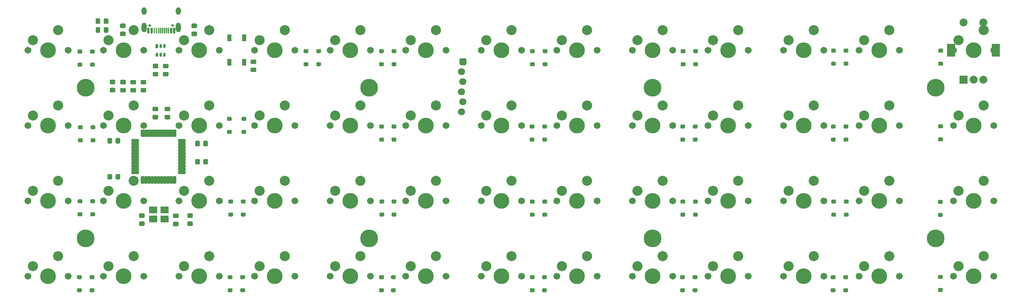
<source format=gbs>
G04 #@! TF.GenerationSoftware,KiCad,Pcbnew,(5.1.10-1-10_14)*
G04 #@! TF.CreationDate,2021-09-09T13:04:37-05:00*
G04 #@! TF.ProjectId,ori,6f72692e-6b69-4636-9164-5f7063625858,rev?*
G04 #@! TF.SameCoordinates,Original*
G04 #@! TF.FileFunction,Soldermask,Bot*
G04 #@! TF.FilePolarity,Negative*
%FSLAX46Y46*%
G04 Gerber Fmt 4.6, Leading zero omitted, Abs format (unit mm)*
G04 Created by KiCad (PCBNEW (5.1.10-1-10_14)) date 2021-09-09 13:04:37*
%MOMM*%
%LPD*%
G01*
G04 APERTURE LIST*
%ADD10C,4.500000*%
%ADD11C,2.540000*%
%ADD12C,1.701800*%
%ADD13C,3.987800*%
%ADD14R,2.000000X2.000000*%
%ADD15C,2.000000*%
%ADD16R,2.000000X3.200000*%
%ADD17R,2.100000X1.800000*%
%ADD18C,1.803400*%
%ADD19O,1.300000X2.400000*%
%ADD20O,1.300000X1.900000*%
%ADD21C,0.650000*%
%ADD22R,0.650000X1.060000*%
%ADD23R,1.100000X1.800000*%
G04 APERTURE END LIST*
D10*
X96440641Y-62706266D03*
X167878049Y-100806202D03*
X239315489Y-62706234D03*
X167878049Y-62706266D03*
X239315489Y-100806298D03*
X96440641Y-100806298D03*
X310753321Y-100806298D03*
X310753321Y-62706266D03*
G36*
G01*
X312340625Y-53806250D02*
X311640625Y-53806250D01*
G75*
G02*
X311390625Y-53556250I0J250000D01*
G01*
X311390625Y-53056250D01*
G75*
G02*
X311640625Y-52806250I250000J0D01*
G01*
X312340625Y-52806250D01*
G75*
G02*
X312590625Y-53056250I0J-250000D01*
G01*
X312590625Y-53556250D01*
G75*
G02*
X312340625Y-53806250I-250000J0D01*
G01*
G37*
G36*
G01*
X312340625Y-57106250D02*
X311640625Y-57106250D01*
G75*
G02*
X311390625Y-56856250I0J250000D01*
G01*
X311390625Y-56356250D01*
G75*
G02*
X311640625Y-56106250I250000J0D01*
G01*
X312340625Y-56106250D01*
G75*
G02*
X312590625Y-56356250I0J-250000D01*
G01*
X312590625Y-56856250D01*
G75*
G02*
X312340625Y-57106250I-250000J0D01*
G01*
G37*
G36*
G01*
X312240625Y-92056250D02*
X311540625Y-92056250D01*
G75*
G02*
X311290625Y-91806250I0J250000D01*
G01*
X311290625Y-91306250D01*
G75*
G02*
X311540625Y-91056250I250000J0D01*
G01*
X312240625Y-91056250D01*
G75*
G02*
X312490625Y-91306250I0J-250000D01*
G01*
X312490625Y-91806250D01*
G75*
G02*
X312240625Y-92056250I-250000J0D01*
G01*
G37*
G36*
G01*
X312240625Y-95356250D02*
X311540625Y-95356250D01*
G75*
G02*
X311290625Y-95106250I0J250000D01*
G01*
X311290625Y-94606250D01*
G75*
G02*
X311540625Y-94356250I250000J0D01*
G01*
X312240625Y-94356250D01*
G75*
G02*
X312490625Y-94606250I0J-250000D01*
G01*
X312490625Y-95106250D01*
G75*
G02*
X312240625Y-95356250I-250000J0D01*
G01*
G37*
D11*
X316468185Y-69691370D03*
X322818185Y-67151370D03*
D12*
X325358185Y-72231370D03*
X315198185Y-72231370D03*
D13*
X320278185Y-72231370D03*
D11*
X121205625Y-50641250D03*
X127555625Y-48101250D03*
D12*
X130095625Y-53181250D03*
X119935625Y-53181250D03*
D13*
X125015625Y-53181250D03*
D11*
X316468185Y-107791530D03*
X322818185Y-105251530D03*
D12*
X325358185Y-110331530D03*
X315198185Y-110331530D03*
D13*
X320278185Y-110331530D03*
G36*
G01*
X98537999Y-91899377D02*
X97837999Y-91899377D01*
G75*
G02*
X97587999Y-91649377I0J250000D01*
G01*
X97587999Y-91149377D01*
G75*
G02*
X97837999Y-90899377I250000J0D01*
G01*
X98537999Y-90899377D01*
G75*
G02*
X98787999Y-91149377I0J-250000D01*
G01*
X98787999Y-91649377D01*
G75*
G02*
X98537999Y-91899377I-250000J0D01*
G01*
G37*
G36*
G01*
X98537999Y-95199377D02*
X97837999Y-95199377D01*
G75*
G02*
X97587999Y-94949377I0J250000D01*
G01*
X97587999Y-94449377D01*
G75*
G02*
X97837999Y-94199377I250000J0D01*
G01*
X98537999Y-94199377D01*
G75*
G02*
X98787999Y-94449377I0J-250000D01*
G01*
X98787999Y-94949377D01*
G75*
G02*
X98537999Y-95199377I-250000J0D01*
G01*
G37*
G36*
G01*
X103650001Y-61800000D02*
X102749999Y-61800000D01*
G75*
G02*
X102500000Y-61550001I0J249999D01*
G01*
X102500000Y-60899999D01*
G75*
G02*
X102749999Y-60650000I249999J0D01*
G01*
X103650001Y-60650000D01*
G75*
G02*
X103900000Y-60899999I0J-249999D01*
G01*
X103900000Y-61550001D01*
G75*
G02*
X103650001Y-61800000I-249999J0D01*
G01*
G37*
G36*
G01*
X103650001Y-63850000D02*
X102749999Y-63850000D01*
G75*
G02*
X102500000Y-63600001I0J249999D01*
G01*
X102500000Y-62949999D01*
G75*
G02*
X102749999Y-62700000I249999J0D01*
G01*
X103650001Y-62700000D01*
G75*
G02*
X103900000Y-62949999I0J-249999D01*
G01*
X103900000Y-63600001D01*
G75*
G02*
X103650001Y-63850000I-249999J0D01*
G01*
G37*
G36*
G01*
X126100000Y-77250001D02*
X126100000Y-76349999D01*
G75*
G02*
X126349999Y-76100000I249999J0D01*
G01*
X127000001Y-76100000D01*
G75*
G02*
X127250000Y-76349999I0J-249999D01*
G01*
X127250000Y-77250001D01*
G75*
G02*
X127000001Y-77500000I-249999J0D01*
G01*
X126349999Y-77500000D01*
G75*
G02*
X126100000Y-77250001I0J249999D01*
G01*
G37*
G36*
G01*
X124050000Y-77250001D02*
X124050000Y-76349999D01*
G75*
G02*
X124299999Y-76100000I249999J0D01*
G01*
X124950001Y-76100000D01*
G75*
G02*
X125200000Y-76349999I0J-249999D01*
G01*
X125200000Y-77250001D01*
G75*
G02*
X124950001Y-77500000I-249999J0D01*
G01*
X124299999Y-77500000D01*
G75*
G02*
X124050000Y-77250001I0J249999D01*
G01*
G37*
G36*
G01*
X103075000Y-84749999D02*
X103075000Y-85650001D01*
G75*
G02*
X102825001Y-85900000I-249999J0D01*
G01*
X102174999Y-85900000D01*
G75*
G02*
X101925000Y-85650001I0J249999D01*
G01*
X101925000Y-84749999D01*
G75*
G02*
X102174999Y-84500000I249999J0D01*
G01*
X102825001Y-84500000D01*
G75*
G02*
X103075000Y-84749999I0J-249999D01*
G01*
G37*
G36*
G01*
X105125000Y-84749999D02*
X105125000Y-85650001D01*
G75*
G02*
X104875001Y-85900000I-249999J0D01*
G01*
X104224999Y-85900000D01*
G75*
G02*
X103975000Y-85650001I0J249999D01*
G01*
X103975000Y-84749999D01*
G75*
G02*
X104224999Y-84500000I249999J0D01*
G01*
X104875001Y-84500000D01*
G75*
G02*
X105125000Y-84749999I0J-249999D01*
G01*
G37*
G36*
G01*
X247381999Y-53944377D02*
X246681999Y-53944377D01*
G75*
G02*
X246431999Y-53694377I0J250000D01*
G01*
X246431999Y-53194377D01*
G75*
G02*
X246681999Y-52944377I250000J0D01*
G01*
X247381999Y-52944377D01*
G75*
G02*
X247631999Y-53194377I0J-250000D01*
G01*
X247631999Y-53694377D01*
G75*
G02*
X247381999Y-53944377I-250000J0D01*
G01*
G37*
G36*
G01*
X247381999Y-57244377D02*
X246681999Y-57244377D01*
G75*
G02*
X246431999Y-56994377I0J250000D01*
G01*
X246431999Y-56494377D01*
G75*
G02*
X246681999Y-56244377I250000J0D01*
G01*
X247381999Y-56244377D01*
G75*
G02*
X247631999Y-56494377I0J-250000D01*
G01*
X247631999Y-56994377D01*
G75*
G02*
X247381999Y-57244377I-250000J0D01*
G01*
G37*
D14*
X317752725Y-60693950D03*
D15*
X320252725Y-60693950D03*
X322752725Y-60693950D03*
D16*
X314652725Y-53193950D03*
X325852725Y-53193950D03*
D15*
X317752725Y-46193950D03*
X322752725Y-46193950D03*
G36*
G01*
X105396999Y-62738000D02*
X106297001Y-62738000D01*
G75*
G02*
X106547000Y-62987999I0J-249999D01*
G01*
X106547000Y-63638001D01*
G75*
G02*
X106297001Y-63888000I-249999J0D01*
G01*
X105396999Y-63888000D01*
G75*
G02*
X105147000Y-63638001I0J249999D01*
G01*
X105147000Y-62987999D01*
G75*
G02*
X105396999Y-62738000I249999J0D01*
G01*
G37*
G36*
G01*
X105396999Y-60688000D02*
X106297001Y-60688000D01*
G75*
G02*
X106547000Y-60937999I0J-249999D01*
G01*
X106547000Y-61588001D01*
G75*
G02*
X106297001Y-61838000I-249999J0D01*
G01*
X105396999Y-61838000D01*
G75*
G02*
X105147000Y-61588001I0J249999D01*
G01*
X105147000Y-60937999D01*
G75*
G02*
X105396999Y-60688000I249999J0D01*
G01*
G37*
G36*
G01*
X110549999Y-62750000D02*
X111450001Y-62750000D01*
G75*
G02*
X111700000Y-62999999I0J-249999D01*
G01*
X111700000Y-63650001D01*
G75*
G02*
X111450001Y-63900000I-249999J0D01*
G01*
X110549999Y-63900000D01*
G75*
G02*
X110300000Y-63650001I0J249999D01*
G01*
X110300000Y-62999999D01*
G75*
G02*
X110549999Y-62750000I249999J0D01*
G01*
G37*
G36*
G01*
X110549999Y-60700000D02*
X111450001Y-60700000D01*
G75*
G02*
X111700000Y-60949999I0J-249999D01*
G01*
X111700000Y-61600001D01*
G75*
G02*
X111450001Y-61850000I-249999J0D01*
G01*
X110549999Y-61850000D01*
G75*
G02*
X110300000Y-61600001I0J249999D01*
G01*
X110300000Y-60949999D01*
G75*
G02*
X110549999Y-60700000I249999J0D01*
G01*
G37*
G36*
G01*
X100100000Y-47649999D02*
X100100000Y-48550001D01*
G75*
G02*
X99850001Y-48800000I-249999J0D01*
G01*
X99199999Y-48800000D01*
G75*
G02*
X98950000Y-48550001I0J249999D01*
G01*
X98950000Y-47649999D01*
G75*
G02*
X99199999Y-47400000I249999J0D01*
G01*
X99850001Y-47400000D01*
G75*
G02*
X100100000Y-47649999I0J-249999D01*
G01*
G37*
G36*
G01*
X102150000Y-47649999D02*
X102150000Y-48550001D01*
G75*
G02*
X101900001Y-48800000I-249999J0D01*
G01*
X101249999Y-48800000D01*
G75*
G02*
X101000000Y-48550001I0J249999D01*
G01*
X101000000Y-47649999D01*
G75*
G02*
X101249999Y-47400000I249999J0D01*
G01*
X101900001Y-47400000D01*
G75*
G02*
X102150000Y-47649999I0J-249999D01*
G01*
G37*
G36*
G01*
X100100000Y-45399999D02*
X100100000Y-46300001D01*
G75*
G02*
X99850001Y-46550000I-249999J0D01*
G01*
X99199999Y-46550000D01*
G75*
G02*
X98950000Y-46300001I0J249999D01*
G01*
X98950000Y-45399999D01*
G75*
G02*
X99199999Y-45150000I249999J0D01*
G01*
X99850001Y-45150000D01*
G75*
G02*
X100100000Y-45399999I0J-249999D01*
G01*
G37*
G36*
G01*
X102150000Y-45399999D02*
X102150000Y-46300001D01*
G75*
G02*
X101900001Y-46550000I-249999J0D01*
G01*
X101249999Y-46550000D01*
G75*
G02*
X101000000Y-46300001I0J249999D01*
G01*
X101000000Y-45399999D01*
G75*
G02*
X101249999Y-45150000I249999J0D01*
G01*
X101900001Y-45150000D01*
G75*
G02*
X102150000Y-45399999I0J-249999D01*
G01*
G37*
G36*
G01*
X139159001Y-56698000D02*
X138258999Y-56698000D01*
G75*
G02*
X138009000Y-56448001I0J249999D01*
G01*
X138009000Y-55797999D01*
G75*
G02*
X138258999Y-55548000I249999J0D01*
G01*
X139159001Y-55548000D01*
G75*
G02*
X139409000Y-55797999I0J-249999D01*
G01*
X139409000Y-56448001D01*
G75*
G02*
X139159001Y-56698000I-249999J0D01*
G01*
G37*
G36*
G01*
X139159001Y-58748000D02*
X138258999Y-58748000D01*
G75*
G02*
X138009000Y-58498001I0J249999D01*
G01*
X138009000Y-57847999D01*
G75*
G02*
X138258999Y-57598000I249999J0D01*
G01*
X139159001Y-57598000D01*
G75*
G02*
X139409000Y-57847999I0J-249999D01*
G01*
X139409000Y-58498001D01*
G75*
G02*
X139159001Y-58748000I-249999J0D01*
G01*
G37*
G36*
G01*
X123349999Y-48500000D02*
X124250001Y-48500000D01*
G75*
G02*
X124500000Y-48749999I0J-249999D01*
G01*
X124500000Y-49400001D01*
G75*
G02*
X124250001Y-49650000I-249999J0D01*
G01*
X123349999Y-49650000D01*
G75*
G02*
X123100000Y-49400001I0J249999D01*
G01*
X123100000Y-48749999D01*
G75*
G02*
X123349999Y-48500000I249999J0D01*
G01*
G37*
G36*
G01*
X123349999Y-46450000D02*
X124250001Y-46450000D01*
G75*
G02*
X124500000Y-46699999I0J-249999D01*
G01*
X124500000Y-47350001D01*
G75*
G02*
X124250001Y-47600000I-249999J0D01*
G01*
X123349999Y-47600000D01*
G75*
G02*
X123100000Y-47350001I0J249999D01*
G01*
X123100000Y-46699999D01*
G75*
G02*
X123349999Y-46450000I249999J0D01*
G01*
G37*
G36*
G01*
X105349999Y-46450000D02*
X106250001Y-46450000D01*
G75*
G02*
X106500000Y-46699999I0J-249999D01*
G01*
X106500000Y-47350001D01*
G75*
G02*
X106250001Y-47600000I-249999J0D01*
G01*
X105349999Y-47600000D01*
G75*
G02*
X105100000Y-47350001I0J249999D01*
G01*
X105100000Y-46699999D01*
G75*
G02*
X105349999Y-46450000I249999J0D01*
G01*
G37*
G36*
G01*
X105349999Y-48500000D02*
X106250001Y-48500000D01*
G75*
G02*
X106500000Y-48749999I0J-249999D01*
G01*
X106500000Y-49400001D01*
G75*
G02*
X106250001Y-49650000I-249999J0D01*
G01*
X105349999Y-49650000D01*
G75*
G02*
X105100000Y-49400001I0J249999D01*
G01*
X105100000Y-48749999D01*
G75*
G02*
X105349999Y-48500000I249999J0D01*
G01*
G37*
G36*
G01*
X117080000Y-57783002D02*
X116179998Y-57783002D01*
G75*
G02*
X115929999Y-57533003I0J249999D01*
G01*
X115929999Y-56883001D01*
G75*
G02*
X116179998Y-56633002I249999J0D01*
G01*
X117080000Y-56633002D01*
G75*
G02*
X117329999Y-56883001I0J-249999D01*
G01*
X117329999Y-57533003D01*
G75*
G02*
X117080000Y-57783002I-249999J0D01*
G01*
G37*
G36*
G01*
X117080000Y-59833002D02*
X116179998Y-59833002D01*
G75*
G02*
X115929999Y-59583003I0J249999D01*
G01*
X115929999Y-58933001D01*
G75*
G02*
X116179998Y-58683002I249999J0D01*
G01*
X117080000Y-58683002D01*
G75*
G02*
X117329999Y-58933001I0J-249999D01*
G01*
X117329999Y-59583003D01*
G75*
G02*
X117080000Y-59833002I-249999J0D01*
G01*
G37*
G36*
G01*
X114496001Y-57774000D02*
X113595999Y-57774000D01*
G75*
G02*
X113346000Y-57524001I0J249999D01*
G01*
X113346000Y-56873999D01*
G75*
G02*
X113595999Y-56624000I249999J0D01*
G01*
X114496001Y-56624000D01*
G75*
G02*
X114746000Y-56873999I0J-249999D01*
G01*
X114746000Y-57524001D01*
G75*
G02*
X114496001Y-57774000I-249999J0D01*
G01*
G37*
G36*
G01*
X114496001Y-59824000D02*
X113595999Y-59824000D01*
G75*
G02*
X113346000Y-59574001I0J249999D01*
G01*
X113346000Y-58923999D01*
G75*
G02*
X113595999Y-58674000I249999J0D01*
G01*
X114496001Y-58674000D01*
G75*
G02*
X114746000Y-58923999I0J-249999D01*
G01*
X114746000Y-59574001D01*
G75*
G02*
X114496001Y-59824000I-249999J0D01*
G01*
G37*
G36*
G01*
X103977499Y-76550001D02*
X103977499Y-75649999D01*
G75*
G02*
X104227498Y-75400000I249999J0D01*
G01*
X104877500Y-75400000D01*
G75*
G02*
X105127499Y-75649999I0J-249999D01*
G01*
X105127499Y-76550001D01*
G75*
G02*
X104877500Y-76800000I-249999J0D01*
G01*
X104227498Y-76800000D01*
G75*
G02*
X103977499Y-76550001I0J249999D01*
G01*
G37*
G36*
G01*
X101927499Y-76550001D02*
X101927499Y-75649999D01*
G75*
G02*
X102177498Y-75400000I249999J0D01*
G01*
X102827500Y-75400000D01*
G75*
G02*
X103077499Y-75649999I0J-249999D01*
G01*
X103077499Y-76550001D01*
G75*
G02*
X102827500Y-76800000I-249999J0D01*
G01*
X102177498Y-76800000D01*
G75*
G02*
X101927499Y-76550001I0J249999D01*
G01*
G37*
G36*
G01*
X122299999Y-96500000D02*
X123200001Y-96500000D01*
G75*
G02*
X123450000Y-96749999I0J-249999D01*
G01*
X123450000Y-97400001D01*
G75*
G02*
X123200001Y-97650000I-249999J0D01*
G01*
X122299999Y-97650000D01*
G75*
G02*
X122050000Y-97400001I0J249999D01*
G01*
X122050000Y-96749999D01*
G75*
G02*
X122299999Y-96500000I249999J0D01*
G01*
G37*
G36*
G01*
X122299999Y-94450000D02*
X123200001Y-94450000D01*
G75*
G02*
X123450000Y-94699999I0J-249999D01*
G01*
X123450000Y-95350001D01*
G75*
G02*
X123200001Y-95600000I-249999J0D01*
G01*
X122299999Y-95600000D01*
G75*
G02*
X122050000Y-95350001I0J249999D01*
G01*
X122050000Y-94699999D01*
G75*
G02*
X122299999Y-94450000I249999J0D01*
G01*
G37*
G36*
G01*
X117500001Y-68650000D02*
X116599999Y-68650000D01*
G75*
G02*
X116350000Y-68400001I0J249999D01*
G01*
X116350000Y-67749999D01*
G75*
G02*
X116599999Y-67500000I249999J0D01*
G01*
X117500001Y-67500000D01*
G75*
G02*
X117750000Y-67749999I0J-249999D01*
G01*
X117750000Y-68400001D01*
G75*
G02*
X117500001Y-68650000I-249999J0D01*
G01*
G37*
G36*
G01*
X117500001Y-70700000D02*
X116599999Y-70700000D01*
G75*
G02*
X116350000Y-70450001I0J249999D01*
G01*
X116350000Y-69799999D01*
G75*
G02*
X116599999Y-69550000I249999J0D01*
G01*
X117500001Y-69550000D01*
G75*
G02*
X117750000Y-69799999I0J-249999D01*
G01*
X117750000Y-70450001D01*
G75*
G02*
X117500001Y-70700000I-249999J0D01*
G01*
G37*
G36*
G01*
X114450001Y-68650000D02*
X113549999Y-68650000D01*
G75*
G02*
X113300000Y-68400001I0J249999D01*
G01*
X113300000Y-67749999D01*
G75*
G02*
X113549999Y-67500000I249999J0D01*
G01*
X114450001Y-67500000D01*
G75*
G02*
X114700000Y-67749999I0J-249999D01*
G01*
X114700000Y-68400001D01*
G75*
G02*
X114450001Y-68650000I-249999J0D01*
G01*
G37*
G36*
G01*
X114450001Y-70700000D02*
X113549999Y-70700000D01*
G75*
G02*
X113300000Y-70450001I0J249999D01*
G01*
X113300000Y-69799999D01*
G75*
G02*
X113549999Y-69550000I249999J0D01*
G01*
X114450001Y-69550000D01*
G75*
G02*
X114700000Y-69799999I0J-249999D01*
G01*
X114700000Y-70450001D01*
G75*
G02*
X114450001Y-70700000I-249999J0D01*
G01*
G37*
G36*
G01*
X119600001Y-95650000D02*
X118699999Y-95650000D01*
G75*
G02*
X118450000Y-95400001I0J249999D01*
G01*
X118450000Y-94749999D01*
G75*
G02*
X118699999Y-94500000I249999J0D01*
G01*
X119600001Y-94500000D01*
G75*
G02*
X119850000Y-94749999I0J-249999D01*
G01*
X119850000Y-95400001D01*
G75*
G02*
X119600001Y-95650000I-249999J0D01*
G01*
G37*
G36*
G01*
X119600001Y-97700000D02*
X118699999Y-97700000D01*
G75*
G02*
X118450000Y-97450001I0J249999D01*
G01*
X118450000Y-96799999D01*
G75*
G02*
X118699999Y-96550000I249999J0D01*
G01*
X119600001Y-96550000D01*
G75*
G02*
X119850000Y-96799999I0J-249999D01*
G01*
X119850000Y-97450001D01*
G75*
G02*
X119600001Y-97700000I-249999J0D01*
G01*
G37*
G36*
G01*
X110149999Y-96500000D02*
X111050001Y-96500000D01*
G75*
G02*
X111300000Y-96749999I0J-249999D01*
G01*
X111300000Y-97400001D01*
G75*
G02*
X111050001Y-97650000I-249999J0D01*
G01*
X110149999Y-97650000D01*
G75*
G02*
X109900000Y-97400001I0J249999D01*
G01*
X109900000Y-96749999D01*
G75*
G02*
X110149999Y-96500000I249999J0D01*
G01*
G37*
G36*
G01*
X110149999Y-94450000D02*
X111050001Y-94450000D01*
G75*
G02*
X111300000Y-94699999I0J-249999D01*
G01*
X111300000Y-95350001D01*
G75*
G02*
X111050001Y-95600000I-249999J0D01*
G01*
X110149999Y-95600000D01*
G75*
G02*
X109900000Y-95350001I0J249999D01*
G01*
X109900000Y-94699999D01*
G75*
G02*
X110149999Y-94450000I249999J0D01*
G01*
G37*
G36*
G01*
X126100000Y-81850001D02*
X126100000Y-80949999D01*
G75*
G02*
X126349999Y-80700000I249999J0D01*
G01*
X127000001Y-80700000D01*
G75*
G02*
X127250000Y-80949999I0J-249999D01*
G01*
X127250000Y-81850001D01*
G75*
G02*
X127000001Y-82100000I-249999J0D01*
G01*
X126349999Y-82100000D01*
G75*
G02*
X126100000Y-81850001I0J249999D01*
G01*
G37*
G36*
G01*
X124050000Y-81850001D02*
X124050000Y-80949999D01*
G75*
G02*
X124299999Y-80700000I249999J0D01*
G01*
X124950001Y-80700000D01*
G75*
G02*
X125200000Y-80949999I0J-249999D01*
G01*
X125200000Y-81850001D01*
G75*
G02*
X124950001Y-82100000I-249999J0D01*
G01*
X124299999Y-82100000D01*
G75*
G02*
X124050000Y-81850001I0J249999D01*
G01*
G37*
G36*
G01*
X108850001Y-61850000D02*
X107949999Y-61850000D01*
G75*
G02*
X107700000Y-61600001I0J249999D01*
G01*
X107700000Y-60949999D01*
G75*
G02*
X107949999Y-60700000I249999J0D01*
G01*
X108850001Y-60700000D01*
G75*
G02*
X109100000Y-60949999I0J-249999D01*
G01*
X109100000Y-61600001D01*
G75*
G02*
X108850001Y-61850000I-249999J0D01*
G01*
G37*
G36*
G01*
X108850001Y-63900000D02*
X107949999Y-63900000D01*
G75*
G02*
X107700000Y-63650001I0J249999D01*
G01*
X107700000Y-62999999D01*
G75*
G02*
X107949999Y-62750000I249999J0D01*
G01*
X108850001Y-62750000D01*
G75*
G02*
X109100000Y-62999999I0J-249999D01*
G01*
X109100000Y-63650001D01*
G75*
G02*
X108850001Y-63900000I-249999J0D01*
G01*
G37*
D17*
X116350000Y-93550000D03*
X113450000Y-93550000D03*
X113450000Y-95850000D03*
X116350000Y-95850000D03*
G36*
G01*
X192448100Y-55649150D02*
X192448100Y-56550850D01*
G75*
G02*
X191997250Y-57001700I-450850J0D01*
G01*
X191095550Y-57001700D01*
G75*
G02*
X190644700Y-56550850I0J450850D01*
G01*
X190644700Y-55649150D01*
G75*
G02*
X191095550Y-55198300I450850J0D01*
G01*
X191997250Y-55198300D01*
G75*
G02*
X192448100Y-55649150I0J-450850D01*
G01*
G37*
D18*
X191140000Y-58640000D03*
X191546400Y-61180000D03*
X191140000Y-63720000D03*
X191546400Y-66260000D03*
X191140000Y-68800000D03*
G36*
G01*
X119250000Y-73450000D02*
X119250000Y-74950000D01*
G75*
G02*
X119050000Y-75150000I-200000J0D01*
G01*
X118550000Y-75150000D01*
G75*
G02*
X118350000Y-74950000I0J200000D01*
G01*
X118350000Y-73450000D01*
G75*
G02*
X118550000Y-73250000I200000J0D01*
G01*
X119050000Y-73250000D01*
G75*
G02*
X119250000Y-73450000I0J-200000D01*
G01*
G37*
G36*
G01*
X118450000Y-73450000D02*
X118450000Y-74950000D01*
G75*
G02*
X118250000Y-75150000I-200000J0D01*
G01*
X117750000Y-75150000D01*
G75*
G02*
X117550000Y-74950000I0J200000D01*
G01*
X117550000Y-73450000D01*
G75*
G02*
X117750000Y-73250000I200000J0D01*
G01*
X118250000Y-73250000D01*
G75*
G02*
X118450000Y-73450000I0J-200000D01*
G01*
G37*
G36*
G01*
X117650000Y-73450000D02*
X117650000Y-74950000D01*
G75*
G02*
X117450000Y-75150000I-200000J0D01*
G01*
X116950000Y-75150000D01*
G75*
G02*
X116750000Y-74950000I0J200000D01*
G01*
X116750000Y-73450000D01*
G75*
G02*
X116950000Y-73250000I200000J0D01*
G01*
X117450000Y-73250000D01*
G75*
G02*
X117650000Y-73450000I0J-200000D01*
G01*
G37*
G36*
G01*
X116850000Y-73450000D02*
X116850000Y-74950000D01*
G75*
G02*
X116650000Y-75150000I-200000J0D01*
G01*
X116150000Y-75150000D01*
G75*
G02*
X115950000Y-74950000I0J200000D01*
G01*
X115950000Y-73450000D01*
G75*
G02*
X116150000Y-73250000I200000J0D01*
G01*
X116650000Y-73250000D01*
G75*
G02*
X116850000Y-73450000I0J-200000D01*
G01*
G37*
G36*
G01*
X116050000Y-73450000D02*
X116050000Y-74950000D01*
G75*
G02*
X115850000Y-75150000I-200000J0D01*
G01*
X115350000Y-75150000D01*
G75*
G02*
X115150000Y-74950000I0J200000D01*
G01*
X115150000Y-73450000D01*
G75*
G02*
X115350000Y-73250000I200000J0D01*
G01*
X115850000Y-73250000D01*
G75*
G02*
X116050000Y-73450000I0J-200000D01*
G01*
G37*
G36*
G01*
X115250000Y-73450000D02*
X115250000Y-74950000D01*
G75*
G02*
X115050000Y-75150000I-200000J0D01*
G01*
X114550000Y-75150000D01*
G75*
G02*
X114350000Y-74950000I0J200000D01*
G01*
X114350000Y-73450000D01*
G75*
G02*
X114550000Y-73250000I200000J0D01*
G01*
X115050000Y-73250000D01*
G75*
G02*
X115250000Y-73450000I0J-200000D01*
G01*
G37*
G36*
G01*
X114450000Y-73450000D02*
X114450000Y-74950000D01*
G75*
G02*
X114250000Y-75150000I-200000J0D01*
G01*
X113750000Y-75150000D01*
G75*
G02*
X113550000Y-74950000I0J200000D01*
G01*
X113550000Y-73450000D01*
G75*
G02*
X113750000Y-73250000I200000J0D01*
G01*
X114250000Y-73250000D01*
G75*
G02*
X114450000Y-73450000I0J-200000D01*
G01*
G37*
G36*
G01*
X113650000Y-73450000D02*
X113650000Y-74950000D01*
G75*
G02*
X113450000Y-75150000I-200000J0D01*
G01*
X112950000Y-75150000D01*
G75*
G02*
X112750000Y-74950000I0J200000D01*
G01*
X112750000Y-73450000D01*
G75*
G02*
X112950000Y-73250000I200000J0D01*
G01*
X113450000Y-73250000D01*
G75*
G02*
X113650000Y-73450000I0J-200000D01*
G01*
G37*
G36*
G01*
X112850000Y-73450000D02*
X112850000Y-74950000D01*
G75*
G02*
X112650000Y-75150000I-200000J0D01*
G01*
X112150000Y-75150000D01*
G75*
G02*
X111950000Y-74950000I0J200000D01*
G01*
X111950000Y-73450000D01*
G75*
G02*
X112150000Y-73250000I200000J0D01*
G01*
X112650000Y-73250000D01*
G75*
G02*
X112850000Y-73450000I0J-200000D01*
G01*
G37*
G36*
G01*
X112050000Y-73450000D02*
X112050000Y-74950000D01*
G75*
G02*
X111850000Y-75150000I-200000J0D01*
G01*
X111350000Y-75150000D01*
G75*
G02*
X111150000Y-74950000I0J200000D01*
G01*
X111150000Y-73450000D01*
G75*
G02*
X111350000Y-73250000I200000J0D01*
G01*
X111850000Y-73250000D01*
G75*
G02*
X112050000Y-73450000I0J-200000D01*
G01*
G37*
G36*
G01*
X111250000Y-73450000D02*
X111250000Y-74950000D01*
G75*
G02*
X111050000Y-75150000I-200000J0D01*
G01*
X110550000Y-75150000D01*
G75*
G02*
X110350000Y-74950000I0J200000D01*
G01*
X110350000Y-73450000D01*
G75*
G02*
X110550000Y-73250000I200000J0D01*
G01*
X111050000Y-73250000D01*
G75*
G02*
X111250000Y-73450000I0J-200000D01*
G01*
G37*
G36*
G01*
X109850000Y-75850000D02*
X109850000Y-76350000D01*
G75*
G02*
X109650000Y-76550000I-200000J0D01*
G01*
X108150000Y-76550000D01*
G75*
G02*
X107950000Y-76350000I0J200000D01*
G01*
X107950000Y-75850000D01*
G75*
G02*
X108150000Y-75650000I200000J0D01*
G01*
X109650000Y-75650000D01*
G75*
G02*
X109850000Y-75850000I0J-200000D01*
G01*
G37*
G36*
G01*
X109850000Y-76650000D02*
X109850000Y-77150000D01*
G75*
G02*
X109650000Y-77350000I-200000J0D01*
G01*
X108150000Y-77350000D01*
G75*
G02*
X107950000Y-77150000I0J200000D01*
G01*
X107950000Y-76650000D01*
G75*
G02*
X108150000Y-76450000I200000J0D01*
G01*
X109650000Y-76450000D01*
G75*
G02*
X109850000Y-76650000I0J-200000D01*
G01*
G37*
G36*
G01*
X109850000Y-77450000D02*
X109850000Y-77950000D01*
G75*
G02*
X109650000Y-78150000I-200000J0D01*
G01*
X108150000Y-78150000D01*
G75*
G02*
X107950000Y-77950000I0J200000D01*
G01*
X107950000Y-77450000D01*
G75*
G02*
X108150000Y-77250000I200000J0D01*
G01*
X109650000Y-77250000D01*
G75*
G02*
X109850000Y-77450000I0J-200000D01*
G01*
G37*
G36*
G01*
X109850000Y-78250000D02*
X109850000Y-78750000D01*
G75*
G02*
X109650000Y-78950000I-200000J0D01*
G01*
X108150000Y-78950000D01*
G75*
G02*
X107950000Y-78750000I0J200000D01*
G01*
X107950000Y-78250000D01*
G75*
G02*
X108150000Y-78050000I200000J0D01*
G01*
X109650000Y-78050000D01*
G75*
G02*
X109850000Y-78250000I0J-200000D01*
G01*
G37*
G36*
G01*
X109850000Y-79050000D02*
X109850000Y-79550000D01*
G75*
G02*
X109650000Y-79750000I-200000J0D01*
G01*
X108150000Y-79750000D01*
G75*
G02*
X107950000Y-79550000I0J200000D01*
G01*
X107950000Y-79050000D01*
G75*
G02*
X108150000Y-78850000I200000J0D01*
G01*
X109650000Y-78850000D01*
G75*
G02*
X109850000Y-79050000I0J-200000D01*
G01*
G37*
G36*
G01*
X109850000Y-79850000D02*
X109850000Y-80350000D01*
G75*
G02*
X109650000Y-80550000I-200000J0D01*
G01*
X108150000Y-80550000D01*
G75*
G02*
X107950000Y-80350000I0J200000D01*
G01*
X107950000Y-79850000D01*
G75*
G02*
X108150000Y-79650000I200000J0D01*
G01*
X109650000Y-79650000D01*
G75*
G02*
X109850000Y-79850000I0J-200000D01*
G01*
G37*
G36*
G01*
X109850000Y-80650000D02*
X109850000Y-81150000D01*
G75*
G02*
X109650000Y-81350000I-200000J0D01*
G01*
X108150000Y-81350000D01*
G75*
G02*
X107950000Y-81150000I0J200000D01*
G01*
X107950000Y-80650000D01*
G75*
G02*
X108150000Y-80450000I200000J0D01*
G01*
X109650000Y-80450000D01*
G75*
G02*
X109850000Y-80650000I0J-200000D01*
G01*
G37*
G36*
G01*
X109850000Y-81450000D02*
X109850000Y-81950000D01*
G75*
G02*
X109650000Y-82150000I-200000J0D01*
G01*
X108150000Y-82150000D01*
G75*
G02*
X107950000Y-81950000I0J200000D01*
G01*
X107950000Y-81450000D01*
G75*
G02*
X108150000Y-81250000I200000J0D01*
G01*
X109650000Y-81250000D01*
G75*
G02*
X109850000Y-81450000I0J-200000D01*
G01*
G37*
G36*
G01*
X109850000Y-82250000D02*
X109850000Y-82750000D01*
G75*
G02*
X109650000Y-82950000I-200000J0D01*
G01*
X108150000Y-82950000D01*
G75*
G02*
X107950000Y-82750000I0J200000D01*
G01*
X107950000Y-82250000D01*
G75*
G02*
X108150000Y-82050000I200000J0D01*
G01*
X109650000Y-82050000D01*
G75*
G02*
X109850000Y-82250000I0J-200000D01*
G01*
G37*
G36*
G01*
X109850000Y-83050000D02*
X109850000Y-83550000D01*
G75*
G02*
X109650000Y-83750000I-200000J0D01*
G01*
X108150000Y-83750000D01*
G75*
G02*
X107950000Y-83550000I0J200000D01*
G01*
X107950000Y-83050000D01*
G75*
G02*
X108150000Y-82850000I200000J0D01*
G01*
X109650000Y-82850000D01*
G75*
G02*
X109850000Y-83050000I0J-200000D01*
G01*
G37*
G36*
G01*
X109850000Y-83850000D02*
X109850000Y-84350000D01*
G75*
G02*
X109650000Y-84550000I-200000J0D01*
G01*
X108150000Y-84550000D01*
G75*
G02*
X107950000Y-84350000I0J200000D01*
G01*
X107950000Y-83850000D01*
G75*
G02*
X108150000Y-83650000I200000J0D01*
G01*
X109650000Y-83650000D01*
G75*
G02*
X109850000Y-83850000I0J-200000D01*
G01*
G37*
G36*
G01*
X111250000Y-85250000D02*
X111250000Y-86750000D01*
G75*
G02*
X111050000Y-86950000I-200000J0D01*
G01*
X110550000Y-86950000D01*
G75*
G02*
X110350000Y-86750000I0J200000D01*
G01*
X110350000Y-85250000D01*
G75*
G02*
X110550000Y-85050000I200000J0D01*
G01*
X111050000Y-85050000D01*
G75*
G02*
X111250000Y-85250000I0J-200000D01*
G01*
G37*
G36*
G01*
X112050000Y-85250000D02*
X112050000Y-86750000D01*
G75*
G02*
X111850000Y-86950000I-200000J0D01*
G01*
X111350000Y-86950000D01*
G75*
G02*
X111150000Y-86750000I0J200000D01*
G01*
X111150000Y-85250000D01*
G75*
G02*
X111350000Y-85050000I200000J0D01*
G01*
X111850000Y-85050000D01*
G75*
G02*
X112050000Y-85250000I0J-200000D01*
G01*
G37*
G36*
G01*
X112850000Y-85250000D02*
X112850000Y-86750000D01*
G75*
G02*
X112650000Y-86950000I-200000J0D01*
G01*
X112150000Y-86950000D01*
G75*
G02*
X111950000Y-86750000I0J200000D01*
G01*
X111950000Y-85250000D01*
G75*
G02*
X112150000Y-85050000I200000J0D01*
G01*
X112650000Y-85050000D01*
G75*
G02*
X112850000Y-85250000I0J-200000D01*
G01*
G37*
G36*
G01*
X113650000Y-85250000D02*
X113650000Y-86750000D01*
G75*
G02*
X113450000Y-86950000I-200000J0D01*
G01*
X112950000Y-86950000D01*
G75*
G02*
X112750000Y-86750000I0J200000D01*
G01*
X112750000Y-85250000D01*
G75*
G02*
X112950000Y-85050000I200000J0D01*
G01*
X113450000Y-85050000D01*
G75*
G02*
X113650000Y-85250000I0J-200000D01*
G01*
G37*
G36*
G01*
X114450000Y-85250000D02*
X114450000Y-86750000D01*
G75*
G02*
X114250000Y-86950000I-200000J0D01*
G01*
X113750000Y-86950000D01*
G75*
G02*
X113550000Y-86750000I0J200000D01*
G01*
X113550000Y-85250000D01*
G75*
G02*
X113750000Y-85050000I200000J0D01*
G01*
X114250000Y-85050000D01*
G75*
G02*
X114450000Y-85250000I0J-200000D01*
G01*
G37*
G36*
G01*
X115250000Y-85250000D02*
X115250000Y-86750000D01*
G75*
G02*
X115050000Y-86950000I-200000J0D01*
G01*
X114550000Y-86950000D01*
G75*
G02*
X114350000Y-86750000I0J200000D01*
G01*
X114350000Y-85250000D01*
G75*
G02*
X114550000Y-85050000I200000J0D01*
G01*
X115050000Y-85050000D01*
G75*
G02*
X115250000Y-85250000I0J-200000D01*
G01*
G37*
G36*
G01*
X116050000Y-85250000D02*
X116050000Y-86750000D01*
G75*
G02*
X115850000Y-86950000I-200000J0D01*
G01*
X115350000Y-86950000D01*
G75*
G02*
X115150000Y-86750000I0J200000D01*
G01*
X115150000Y-85250000D01*
G75*
G02*
X115350000Y-85050000I200000J0D01*
G01*
X115850000Y-85050000D01*
G75*
G02*
X116050000Y-85250000I0J-200000D01*
G01*
G37*
G36*
G01*
X116850000Y-85250000D02*
X116850000Y-86750000D01*
G75*
G02*
X116650000Y-86950000I-200000J0D01*
G01*
X116150000Y-86950000D01*
G75*
G02*
X115950000Y-86750000I0J200000D01*
G01*
X115950000Y-85250000D01*
G75*
G02*
X116150000Y-85050000I200000J0D01*
G01*
X116650000Y-85050000D01*
G75*
G02*
X116850000Y-85250000I0J-200000D01*
G01*
G37*
G36*
G01*
X117650000Y-85250000D02*
X117650000Y-86750000D01*
G75*
G02*
X117450000Y-86950000I-200000J0D01*
G01*
X116950000Y-86950000D01*
G75*
G02*
X116750000Y-86750000I0J200000D01*
G01*
X116750000Y-85250000D01*
G75*
G02*
X116950000Y-85050000I200000J0D01*
G01*
X117450000Y-85050000D01*
G75*
G02*
X117650000Y-85250000I0J-200000D01*
G01*
G37*
G36*
G01*
X118450000Y-85250000D02*
X118450000Y-86750000D01*
G75*
G02*
X118250000Y-86950000I-200000J0D01*
G01*
X117750000Y-86950000D01*
G75*
G02*
X117550000Y-86750000I0J200000D01*
G01*
X117550000Y-85250000D01*
G75*
G02*
X117750000Y-85050000I200000J0D01*
G01*
X118250000Y-85050000D01*
G75*
G02*
X118450000Y-85250000I0J-200000D01*
G01*
G37*
G36*
G01*
X119250000Y-85250000D02*
X119250000Y-86750000D01*
G75*
G02*
X119050000Y-86950000I-200000J0D01*
G01*
X118550000Y-86950000D01*
G75*
G02*
X118350000Y-86750000I0J200000D01*
G01*
X118350000Y-85250000D01*
G75*
G02*
X118550000Y-85050000I200000J0D01*
G01*
X119050000Y-85050000D01*
G75*
G02*
X119250000Y-85250000I0J-200000D01*
G01*
G37*
G36*
G01*
X121650000Y-83850000D02*
X121650000Y-84350000D01*
G75*
G02*
X121450000Y-84550000I-200000J0D01*
G01*
X119950000Y-84550000D01*
G75*
G02*
X119750000Y-84350000I0J200000D01*
G01*
X119750000Y-83850000D01*
G75*
G02*
X119950000Y-83650000I200000J0D01*
G01*
X121450000Y-83650000D01*
G75*
G02*
X121650000Y-83850000I0J-200000D01*
G01*
G37*
G36*
G01*
X121650000Y-83050000D02*
X121650000Y-83550000D01*
G75*
G02*
X121450000Y-83750000I-200000J0D01*
G01*
X119950000Y-83750000D01*
G75*
G02*
X119750000Y-83550000I0J200000D01*
G01*
X119750000Y-83050000D01*
G75*
G02*
X119950000Y-82850000I200000J0D01*
G01*
X121450000Y-82850000D01*
G75*
G02*
X121650000Y-83050000I0J-200000D01*
G01*
G37*
G36*
G01*
X121650000Y-82250000D02*
X121650000Y-82750000D01*
G75*
G02*
X121450000Y-82950000I-200000J0D01*
G01*
X119950000Y-82950000D01*
G75*
G02*
X119750000Y-82750000I0J200000D01*
G01*
X119750000Y-82250000D01*
G75*
G02*
X119950000Y-82050000I200000J0D01*
G01*
X121450000Y-82050000D01*
G75*
G02*
X121650000Y-82250000I0J-200000D01*
G01*
G37*
G36*
G01*
X121650000Y-81450000D02*
X121650000Y-81950000D01*
G75*
G02*
X121450000Y-82150000I-200000J0D01*
G01*
X119950000Y-82150000D01*
G75*
G02*
X119750000Y-81950000I0J200000D01*
G01*
X119750000Y-81450000D01*
G75*
G02*
X119950000Y-81250000I200000J0D01*
G01*
X121450000Y-81250000D01*
G75*
G02*
X121650000Y-81450000I0J-200000D01*
G01*
G37*
G36*
G01*
X121650000Y-80650000D02*
X121650000Y-81150000D01*
G75*
G02*
X121450000Y-81350000I-200000J0D01*
G01*
X119950000Y-81350000D01*
G75*
G02*
X119750000Y-81150000I0J200000D01*
G01*
X119750000Y-80650000D01*
G75*
G02*
X119950000Y-80450000I200000J0D01*
G01*
X121450000Y-80450000D01*
G75*
G02*
X121650000Y-80650000I0J-200000D01*
G01*
G37*
G36*
G01*
X121650000Y-79850000D02*
X121650000Y-80350000D01*
G75*
G02*
X121450000Y-80550000I-200000J0D01*
G01*
X119950000Y-80550000D01*
G75*
G02*
X119750000Y-80350000I0J200000D01*
G01*
X119750000Y-79850000D01*
G75*
G02*
X119950000Y-79650000I200000J0D01*
G01*
X121450000Y-79650000D01*
G75*
G02*
X121650000Y-79850000I0J-200000D01*
G01*
G37*
G36*
G01*
X121650000Y-79050000D02*
X121650000Y-79550000D01*
G75*
G02*
X121450000Y-79750000I-200000J0D01*
G01*
X119950000Y-79750000D01*
G75*
G02*
X119750000Y-79550000I0J200000D01*
G01*
X119750000Y-79050000D01*
G75*
G02*
X119950000Y-78850000I200000J0D01*
G01*
X121450000Y-78850000D01*
G75*
G02*
X121650000Y-79050000I0J-200000D01*
G01*
G37*
G36*
G01*
X121650000Y-78250000D02*
X121650000Y-78750000D01*
G75*
G02*
X121450000Y-78950000I-200000J0D01*
G01*
X119950000Y-78950000D01*
G75*
G02*
X119750000Y-78750000I0J200000D01*
G01*
X119750000Y-78250000D01*
G75*
G02*
X119950000Y-78050000I200000J0D01*
G01*
X121450000Y-78050000D01*
G75*
G02*
X121650000Y-78250000I0J-200000D01*
G01*
G37*
G36*
G01*
X121650000Y-77450000D02*
X121650000Y-77950000D01*
G75*
G02*
X121450000Y-78150000I-200000J0D01*
G01*
X119950000Y-78150000D01*
G75*
G02*
X119750000Y-77950000I0J200000D01*
G01*
X119750000Y-77450000D01*
G75*
G02*
X119950000Y-77250000I200000J0D01*
G01*
X121450000Y-77250000D01*
G75*
G02*
X121650000Y-77450000I0J-200000D01*
G01*
G37*
G36*
G01*
X121650000Y-76650000D02*
X121650000Y-77150000D01*
G75*
G02*
X121450000Y-77350000I-200000J0D01*
G01*
X119950000Y-77350000D01*
G75*
G02*
X119750000Y-77150000I0J200000D01*
G01*
X119750000Y-76650000D01*
G75*
G02*
X119950000Y-76450000I200000J0D01*
G01*
X121450000Y-76450000D01*
G75*
G02*
X121650000Y-76650000I0J-200000D01*
G01*
G37*
G36*
G01*
X121650000Y-75850000D02*
X121650000Y-76350000D01*
G75*
G02*
X121450000Y-76550000I-200000J0D01*
G01*
X119950000Y-76550000D01*
G75*
G02*
X119750000Y-76350000I0J200000D01*
G01*
X119750000Y-75850000D01*
G75*
G02*
X119950000Y-75650000I200000J0D01*
G01*
X121450000Y-75650000D01*
G75*
G02*
X121650000Y-75850000I0J-200000D01*
G01*
G37*
G36*
G01*
X95312999Y-54041377D02*
X94612999Y-54041377D01*
G75*
G02*
X94362999Y-53791377I0J250000D01*
G01*
X94362999Y-53291377D01*
G75*
G02*
X94612999Y-53041377I250000J0D01*
G01*
X95312999Y-53041377D01*
G75*
G02*
X95562999Y-53291377I0J-250000D01*
G01*
X95562999Y-53791377D01*
G75*
G02*
X95312999Y-54041377I-250000J0D01*
G01*
G37*
G36*
G01*
X95312999Y-57341377D02*
X94612999Y-57341377D01*
G75*
G02*
X94362999Y-57091377I0J250000D01*
G01*
X94362999Y-56591377D01*
G75*
G02*
X94612999Y-56341377I250000J0D01*
G01*
X95312999Y-56341377D01*
G75*
G02*
X95562999Y-56591377I0J-250000D01*
G01*
X95562999Y-57091377D01*
G75*
G02*
X95312999Y-57341377I-250000J0D01*
G01*
G37*
G36*
G01*
X98487999Y-54041377D02*
X97787999Y-54041377D01*
G75*
G02*
X97537999Y-53791377I0J250000D01*
G01*
X97537999Y-53291377D01*
G75*
G02*
X97787999Y-53041377I250000J0D01*
G01*
X98487999Y-53041377D01*
G75*
G02*
X98737999Y-53291377I0J-250000D01*
G01*
X98737999Y-53791377D01*
G75*
G02*
X98487999Y-54041377I-250000J0D01*
G01*
G37*
G36*
G01*
X98487999Y-57341377D02*
X97787999Y-57341377D01*
G75*
G02*
X97537999Y-57091377I0J250000D01*
G01*
X97537999Y-56591377D01*
G75*
G02*
X97787999Y-56341377I250000J0D01*
G01*
X98487999Y-56341377D01*
G75*
G02*
X98737999Y-56591377I0J-250000D01*
G01*
X98737999Y-57091377D01*
G75*
G02*
X98487999Y-57341377I-250000J0D01*
G01*
G37*
G36*
G01*
X152335999Y-53931002D02*
X151635999Y-53931002D01*
G75*
G02*
X151385999Y-53681002I0J250000D01*
G01*
X151385999Y-53181002D01*
G75*
G02*
X151635999Y-52931002I250000J0D01*
G01*
X152335999Y-52931002D01*
G75*
G02*
X152585999Y-53181002I0J-250000D01*
G01*
X152585999Y-53681002D01*
G75*
G02*
X152335999Y-53931002I-250000J0D01*
G01*
G37*
G36*
G01*
X152335999Y-57231002D02*
X151635999Y-57231002D01*
G75*
G02*
X151385999Y-56981002I0J250000D01*
G01*
X151385999Y-56481002D01*
G75*
G02*
X151635999Y-56231002I250000J0D01*
G01*
X152335999Y-56231002D01*
G75*
G02*
X152585999Y-56481002I0J-250000D01*
G01*
X152585999Y-56981002D01*
G75*
G02*
X152335999Y-57231002I-250000J0D01*
G01*
G37*
G36*
G01*
X155510999Y-53931002D02*
X154810999Y-53931002D01*
G75*
G02*
X154560999Y-53681002I0J250000D01*
G01*
X154560999Y-53181002D01*
G75*
G02*
X154810999Y-52931002I250000J0D01*
G01*
X155510999Y-52931002D01*
G75*
G02*
X155760999Y-53181002I0J-250000D01*
G01*
X155760999Y-53681002D01*
G75*
G02*
X155510999Y-53931002I-250000J0D01*
G01*
G37*
G36*
G01*
X155510999Y-57231002D02*
X154810999Y-57231002D01*
G75*
G02*
X154560999Y-56981002I0J250000D01*
G01*
X154560999Y-56481002D01*
G75*
G02*
X154810999Y-56231002I250000J0D01*
G01*
X155510999Y-56231002D01*
G75*
G02*
X155760999Y-56481002I0J-250000D01*
G01*
X155760999Y-56981002D01*
G75*
G02*
X155510999Y-57231002I-250000J0D01*
G01*
G37*
G36*
G01*
X171335999Y-53933377D02*
X170635999Y-53933377D01*
G75*
G02*
X170385999Y-53683377I0J250000D01*
G01*
X170385999Y-53183377D01*
G75*
G02*
X170635999Y-52933377I250000J0D01*
G01*
X171335999Y-52933377D01*
G75*
G02*
X171585999Y-53183377I0J-250000D01*
G01*
X171585999Y-53683377D01*
G75*
G02*
X171335999Y-53933377I-250000J0D01*
G01*
G37*
G36*
G01*
X171335999Y-57233377D02*
X170635999Y-57233377D01*
G75*
G02*
X170385999Y-56983377I0J250000D01*
G01*
X170385999Y-56483377D01*
G75*
G02*
X170635999Y-56233377I250000J0D01*
G01*
X171335999Y-56233377D01*
G75*
G02*
X171585999Y-56483377I0J-250000D01*
G01*
X171585999Y-56983377D01*
G75*
G02*
X171335999Y-57233377I-250000J0D01*
G01*
G37*
G36*
G01*
X174510999Y-53933377D02*
X173810999Y-53933377D01*
G75*
G02*
X173560999Y-53683377I0J250000D01*
G01*
X173560999Y-53183377D01*
G75*
G02*
X173810999Y-52933377I250000J0D01*
G01*
X174510999Y-52933377D01*
G75*
G02*
X174760999Y-53183377I0J-250000D01*
G01*
X174760999Y-53683377D01*
G75*
G02*
X174510999Y-53933377I-250000J0D01*
G01*
G37*
G36*
G01*
X174510999Y-57233377D02*
X173810999Y-57233377D01*
G75*
G02*
X173560999Y-56983377I0J250000D01*
G01*
X173560999Y-56483377D01*
G75*
G02*
X173810999Y-56233377I250000J0D01*
G01*
X174510999Y-56233377D01*
G75*
G02*
X174760999Y-56483377I0J-250000D01*
G01*
X174760999Y-56983377D01*
G75*
G02*
X174510999Y-57233377I-250000J0D01*
G01*
G37*
G36*
G01*
X209408999Y-53944377D02*
X208708999Y-53944377D01*
G75*
G02*
X208458999Y-53694377I0J250000D01*
G01*
X208458999Y-53194377D01*
G75*
G02*
X208708999Y-52944377I250000J0D01*
G01*
X209408999Y-52944377D01*
G75*
G02*
X209658999Y-53194377I0J-250000D01*
G01*
X209658999Y-53694377D01*
G75*
G02*
X209408999Y-53944377I-250000J0D01*
G01*
G37*
G36*
G01*
X209408999Y-57244377D02*
X208708999Y-57244377D01*
G75*
G02*
X208458999Y-56994377I0J250000D01*
G01*
X208458999Y-56494377D01*
G75*
G02*
X208708999Y-56244377I250000J0D01*
G01*
X209408999Y-56244377D01*
G75*
G02*
X209658999Y-56494377I0J-250000D01*
G01*
X209658999Y-56994377D01*
G75*
G02*
X209408999Y-57244377I-250000J0D01*
G01*
G37*
G36*
G01*
X212583999Y-53944377D02*
X211883999Y-53944377D01*
G75*
G02*
X211633999Y-53694377I0J250000D01*
G01*
X211633999Y-53194377D01*
G75*
G02*
X211883999Y-52944377I250000J0D01*
G01*
X212583999Y-52944377D01*
G75*
G02*
X212833999Y-53194377I0J-250000D01*
G01*
X212833999Y-53694377D01*
G75*
G02*
X212583999Y-53944377I-250000J0D01*
G01*
G37*
G36*
G01*
X212583999Y-57244377D02*
X211883999Y-57244377D01*
G75*
G02*
X211633999Y-56994377I0J250000D01*
G01*
X211633999Y-56494377D01*
G75*
G02*
X211883999Y-56244377I250000J0D01*
G01*
X212583999Y-56244377D01*
G75*
G02*
X212833999Y-56494377I0J-250000D01*
G01*
X212833999Y-56994377D01*
G75*
G02*
X212583999Y-57244377I-250000J0D01*
G01*
G37*
G36*
G01*
X250556999Y-53944377D02*
X249856999Y-53944377D01*
G75*
G02*
X249606999Y-53694377I0J250000D01*
G01*
X249606999Y-53194377D01*
G75*
G02*
X249856999Y-52944377I250000J0D01*
G01*
X250556999Y-52944377D01*
G75*
G02*
X250806999Y-53194377I0J-250000D01*
G01*
X250806999Y-53694377D01*
G75*
G02*
X250556999Y-53944377I-250000J0D01*
G01*
G37*
G36*
G01*
X250556999Y-57244377D02*
X249856999Y-57244377D01*
G75*
G02*
X249606999Y-56994377I0J250000D01*
G01*
X249606999Y-56494377D01*
G75*
G02*
X249856999Y-56244377I250000J0D01*
G01*
X250556999Y-56244377D01*
G75*
G02*
X250806999Y-56494377I0J-250000D01*
G01*
X250806999Y-56994377D01*
G75*
G02*
X250556999Y-57244377I-250000J0D01*
G01*
G37*
G36*
G01*
X285300000Y-53800000D02*
X284600000Y-53800000D01*
G75*
G02*
X284350000Y-53550000I0J250000D01*
G01*
X284350000Y-53050000D01*
G75*
G02*
X284600000Y-52800000I250000J0D01*
G01*
X285300000Y-52800000D01*
G75*
G02*
X285550000Y-53050000I0J-250000D01*
G01*
X285550000Y-53550000D01*
G75*
G02*
X285300000Y-53800000I-250000J0D01*
G01*
G37*
G36*
G01*
X285300000Y-57100000D02*
X284600000Y-57100000D01*
G75*
G02*
X284350000Y-56850000I0J250000D01*
G01*
X284350000Y-56350000D01*
G75*
G02*
X284600000Y-56100000I250000J0D01*
G01*
X285300000Y-56100000D01*
G75*
G02*
X285550000Y-56350000I0J-250000D01*
G01*
X285550000Y-56850000D01*
G75*
G02*
X285300000Y-57100000I-250000J0D01*
G01*
G37*
G36*
G01*
X95439999Y-73191377D02*
X94739999Y-73191377D01*
G75*
G02*
X94489999Y-72941377I0J250000D01*
G01*
X94489999Y-72441377D01*
G75*
G02*
X94739999Y-72191377I250000J0D01*
G01*
X95439999Y-72191377D01*
G75*
G02*
X95689999Y-72441377I0J-250000D01*
G01*
X95689999Y-72941377D01*
G75*
G02*
X95439999Y-73191377I-250000J0D01*
G01*
G37*
G36*
G01*
X95439999Y-76491377D02*
X94739999Y-76491377D01*
G75*
G02*
X94489999Y-76241377I0J250000D01*
G01*
X94489999Y-75741377D01*
G75*
G02*
X94739999Y-75491377I250000J0D01*
G01*
X95439999Y-75491377D01*
G75*
G02*
X95689999Y-75741377I0J-250000D01*
G01*
X95689999Y-76241377D01*
G75*
G02*
X95439999Y-76491377I-250000J0D01*
G01*
G37*
G36*
G01*
X98614999Y-73191377D02*
X97914999Y-73191377D01*
G75*
G02*
X97664999Y-72941377I0J250000D01*
G01*
X97664999Y-72441377D01*
G75*
G02*
X97914999Y-72191377I250000J0D01*
G01*
X98614999Y-72191377D01*
G75*
G02*
X98864999Y-72441377I0J-250000D01*
G01*
X98864999Y-72941377D01*
G75*
G02*
X98614999Y-73191377I-250000J0D01*
G01*
G37*
G36*
G01*
X98614999Y-76491377D02*
X97914999Y-76491377D01*
G75*
G02*
X97664999Y-76241377I0J250000D01*
G01*
X97664999Y-75741377D01*
G75*
G02*
X97914999Y-75491377I250000J0D01*
G01*
X98614999Y-75491377D01*
G75*
G02*
X98864999Y-75741377I0J-250000D01*
G01*
X98864999Y-76241377D01*
G75*
G02*
X98614999Y-76491377I-250000J0D01*
G01*
G37*
G36*
G01*
X133000000Y-71042377D02*
X132300000Y-71042377D01*
G75*
G02*
X132050000Y-70792377I0J250000D01*
G01*
X132050000Y-70292377D01*
G75*
G02*
X132300000Y-70042377I250000J0D01*
G01*
X133000000Y-70042377D01*
G75*
G02*
X133250000Y-70292377I0J-250000D01*
G01*
X133250000Y-70792377D01*
G75*
G02*
X133000000Y-71042377I-250000J0D01*
G01*
G37*
G36*
G01*
X133000000Y-74342377D02*
X132300000Y-74342377D01*
G75*
G02*
X132050000Y-74092377I0J250000D01*
G01*
X132050000Y-73592377D01*
G75*
G02*
X132300000Y-73342377I250000J0D01*
G01*
X133000000Y-73342377D01*
G75*
G02*
X133250000Y-73592377I0J-250000D01*
G01*
X133250000Y-74092377D01*
G75*
G02*
X133000000Y-74342377I-250000J0D01*
G01*
G37*
G36*
G01*
X136664999Y-71042377D02*
X135964999Y-71042377D01*
G75*
G02*
X135714999Y-70792377I0J250000D01*
G01*
X135714999Y-70292377D01*
G75*
G02*
X135964999Y-70042377I250000J0D01*
G01*
X136664999Y-70042377D01*
G75*
G02*
X136914999Y-70292377I0J-250000D01*
G01*
X136914999Y-70792377D01*
G75*
G02*
X136664999Y-71042377I-250000J0D01*
G01*
G37*
G36*
G01*
X136664999Y-74342377D02*
X135964999Y-74342377D01*
G75*
G02*
X135714999Y-74092377I0J250000D01*
G01*
X135714999Y-73592377D01*
G75*
G02*
X135964999Y-73342377I250000J0D01*
G01*
X136664999Y-73342377D01*
G75*
G02*
X136914999Y-73592377I0J-250000D01*
G01*
X136914999Y-74092377D01*
G75*
G02*
X136664999Y-74342377I-250000J0D01*
G01*
G37*
G36*
G01*
X171400000Y-72992377D02*
X170700000Y-72992377D01*
G75*
G02*
X170450000Y-72742377I0J250000D01*
G01*
X170450000Y-72242377D01*
G75*
G02*
X170700000Y-71992377I250000J0D01*
G01*
X171400000Y-71992377D01*
G75*
G02*
X171650000Y-72242377I0J-250000D01*
G01*
X171650000Y-72742377D01*
G75*
G02*
X171400000Y-72992377I-250000J0D01*
G01*
G37*
G36*
G01*
X171400000Y-76292377D02*
X170700000Y-76292377D01*
G75*
G02*
X170450000Y-76042377I0J250000D01*
G01*
X170450000Y-75542377D01*
G75*
G02*
X170700000Y-75292377I250000J0D01*
G01*
X171400000Y-75292377D01*
G75*
G02*
X171650000Y-75542377I0J-250000D01*
G01*
X171650000Y-76042377D01*
G75*
G02*
X171400000Y-76292377I-250000J0D01*
G01*
G37*
G36*
G01*
X174500000Y-72992377D02*
X173800000Y-72992377D01*
G75*
G02*
X173550000Y-72742377I0J250000D01*
G01*
X173550000Y-72242377D01*
G75*
G02*
X173800000Y-71992377I250000J0D01*
G01*
X174500000Y-71992377D01*
G75*
G02*
X174750000Y-72242377I0J-250000D01*
G01*
X174750000Y-72742377D01*
G75*
G02*
X174500000Y-72992377I-250000J0D01*
G01*
G37*
G36*
G01*
X174500000Y-76292377D02*
X173800000Y-76292377D01*
G75*
G02*
X173550000Y-76042377I0J250000D01*
G01*
X173550000Y-75542377D01*
G75*
G02*
X173800000Y-75292377I250000J0D01*
G01*
X174500000Y-75292377D01*
G75*
G02*
X174750000Y-75542377I0J-250000D01*
G01*
X174750000Y-76042377D01*
G75*
G02*
X174500000Y-76292377I-250000J0D01*
G01*
G37*
G36*
G01*
X209308999Y-72992377D02*
X208608999Y-72992377D01*
G75*
G02*
X208358999Y-72742377I0J250000D01*
G01*
X208358999Y-72242377D01*
G75*
G02*
X208608999Y-71992377I250000J0D01*
G01*
X209308999Y-71992377D01*
G75*
G02*
X209558999Y-72242377I0J-250000D01*
G01*
X209558999Y-72742377D01*
G75*
G02*
X209308999Y-72992377I-250000J0D01*
G01*
G37*
G36*
G01*
X209308999Y-76292377D02*
X208608999Y-76292377D01*
G75*
G02*
X208358999Y-76042377I0J250000D01*
G01*
X208358999Y-75542377D01*
G75*
G02*
X208608999Y-75292377I250000J0D01*
G01*
X209308999Y-75292377D01*
G75*
G02*
X209558999Y-75542377I0J-250000D01*
G01*
X209558999Y-76042377D01*
G75*
G02*
X209308999Y-76292377I-250000J0D01*
G01*
G37*
G36*
G01*
X212483999Y-72992377D02*
X211783999Y-72992377D01*
G75*
G02*
X211533999Y-72742377I0J250000D01*
G01*
X211533999Y-72242377D01*
G75*
G02*
X211783999Y-71992377I250000J0D01*
G01*
X212483999Y-71992377D01*
G75*
G02*
X212733999Y-72242377I0J-250000D01*
G01*
X212733999Y-72742377D01*
G75*
G02*
X212483999Y-72992377I-250000J0D01*
G01*
G37*
G36*
G01*
X212483999Y-76292377D02*
X211783999Y-76292377D01*
G75*
G02*
X211533999Y-76042377I0J250000D01*
G01*
X211533999Y-75542377D01*
G75*
G02*
X211783999Y-75292377I250000J0D01*
G01*
X212483999Y-75292377D01*
G75*
G02*
X212733999Y-75542377I0J-250000D01*
G01*
X212733999Y-76042377D01*
G75*
G02*
X212483999Y-76292377I-250000J0D01*
G01*
G37*
G36*
G01*
X247281999Y-72992377D02*
X246581999Y-72992377D01*
G75*
G02*
X246331999Y-72742377I0J250000D01*
G01*
X246331999Y-72242377D01*
G75*
G02*
X246581999Y-71992377I250000J0D01*
G01*
X247281999Y-71992377D01*
G75*
G02*
X247531999Y-72242377I0J-250000D01*
G01*
X247531999Y-72742377D01*
G75*
G02*
X247281999Y-72992377I-250000J0D01*
G01*
G37*
G36*
G01*
X247281999Y-76292377D02*
X246581999Y-76292377D01*
G75*
G02*
X246331999Y-76042377I0J250000D01*
G01*
X246331999Y-75542377D01*
G75*
G02*
X246581999Y-75292377I250000J0D01*
G01*
X247281999Y-75292377D01*
G75*
G02*
X247531999Y-75542377I0J-250000D01*
G01*
X247531999Y-76042377D01*
G75*
G02*
X247281999Y-76292377I-250000J0D01*
G01*
G37*
G36*
G01*
X250456999Y-72992377D02*
X249756999Y-72992377D01*
G75*
G02*
X249506999Y-72742377I0J250000D01*
G01*
X249506999Y-72242377D01*
G75*
G02*
X249756999Y-71992377I250000J0D01*
G01*
X250456999Y-71992377D01*
G75*
G02*
X250706999Y-72242377I0J-250000D01*
G01*
X250706999Y-72742377D01*
G75*
G02*
X250456999Y-72992377I-250000J0D01*
G01*
G37*
G36*
G01*
X250456999Y-76292377D02*
X249756999Y-76292377D01*
G75*
G02*
X249506999Y-76042377I0J250000D01*
G01*
X249506999Y-75542377D01*
G75*
G02*
X249756999Y-75292377I250000J0D01*
G01*
X250456999Y-75292377D01*
G75*
G02*
X250706999Y-75542377I0J-250000D01*
G01*
X250706999Y-76042377D01*
G75*
G02*
X250456999Y-76292377I-250000J0D01*
G01*
G37*
G36*
G01*
X285254999Y-72992377D02*
X284554999Y-72992377D01*
G75*
G02*
X284304999Y-72742377I0J250000D01*
G01*
X284304999Y-72242377D01*
G75*
G02*
X284554999Y-71992377I250000J0D01*
G01*
X285254999Y-71992377D01*
G75*
G02*
X285504999Y-72242377I0J-250000D01*
G01*
X285504999Y-72742377D01*
G75*
G02*
X285254999Y-72992377I-250000J0D01*
G01*
G37*
G36*
G01*
X285254999Y-76292377D02*
X284554999Y-76292377D01*
G75*
G02*
X284304999Y-76042377I0J250000D01*
G01*
X284304999Y-75542377D01*
G75*
G02*
X284554999Y-75292377I250000J0D01*
G01*
X285254999Y-75292377D01*
G75*
G02*
X285504999Y-75542377I0J-250000D01*
G01*
X285504999Y-76042377D01*
G75*
G02*
X285254999Y-76292377I-250000J0D01*
G01*
G37*
G36*
G01*
X288429999Y-72992377D02*
X287729999Y-72992377D01*
G75*
G02*
X287479999Y-72742377I0J250000D01*
G01*
X287479999Y-72242377D01*
G75*
G02*
X287729999Y-71992377I250000J0D01*
G01*
X288429999Y-71992377D01*
G75*
G02*
X288679999Y-72242377I0J-250000D01*
G01*
X288679999Y-72742377D01*
G75*
G02*
X288429999Y-72992377I-250000J0D01*
G01*
G37*
G36*
G01*
X288429999Y-76292377D02*
X287729999Y-76292377D01*
G75*
G02*
X287479999Y-76042377I0J250000D01*
G01*
X287479999Y-75542377D01*
G75*
G02*
X287729999Y-75292377I250000J0D01*
G01*
X288429999Y-75292377D01*
G75*
G02*
X288679999Y-75542377I0J-250000D01*
G01*
X288679999Y-76042377D01*
G75*
G02*
X288429999Y-76292377I-250000J0D01*
G01*
G37*
G36*
G01*
X95362999Y-91899377D02*
X94662999Y-91899377D01*
G75*
G02*
X94412999Y-91649377I0J250000D01*
G01*
X94412999Y-91149377D01*
G75*
G02*
X94662999Y-90899377I250000J0D01*
G01*
X95362999Y-90899377D01*
G75*
G02*
X95612999Y-91149377I0J-250000D01*
G01*
X95612999Y-91649377D01*
G75*
G02*
X95362999Y-91899377I-250000J0D01*
G01*
G37*
G36*
G01*
X95362999Y-95199377D02*
X94662999Y-95199377D01*
G75*
G02*
X94412999Y-94949377I0J250000D01*
G01*
X94412999Y-94449377D01*
G75*
G02*
X94662999Y-94199377I250000J0D01*
G01*
X95362999Y-94199377D01*
G75*
G02*
X95612999Y-94449377I0J-250000D01*
G01*
X95612999Y-94949377D01*
G75*
G02*
X95362999Y-95199377I-250000J0D01*
G01*
G37*
G36*
G01*
X133335999Y-91949377D02*
X132635999Y-91949377D01*
G75*
G02*
X132385999Y-91699377I0J250000D01*
G01*
X132385999Y-91199377D01*
G75*
G02*
X132635999Y-90949377I250000J0D01*
G01*
X133335999Y-90949377D01*
G75*
G02*
X133585999Y-91199377I0J-250000D01*
G01*
X133585999Y-91699377D01*
G75*
G02*
X133335999Y-91949377I-250000J0D01*
G01*
G37*
G36*
G01*
X133335999Y-95249377D02*
X132635999Y-95249377D01*
G75*
G02*
X132385999Y-94999377I0J250000D01*
G01*
X132385999Y-94499377D01*
G75*
G02*
X132635999Y-94249377I250000J0D01*
G01*
X133335999Y-94249377D01*
G75*
G02*
X133585999Y-94499377I0J-250000D01*
G01*
X133585999Y-94999377D01*
G75*
G02*
X133335999Y-95249377I-250000J0D01*
G01*
G37*
G36*
G01*
X136510999Y-91949377D02*
X135810999Y-91949377D01*
G75*
G02*
X135560999Y-91699377I0J250000D01*
G01*
X135560999Y-91199377D01*
G75*
G02*
X135810999Y-90949377I250000J0D01*
G01*
X136510999Y-90949377D01*
G75*
G02*
X136760999Y-91199377I0J-250000D01*
G01*
X136760999Y-91699377D01*
G75*
G02*
X136510999Y-91949377I-250000J0D01*
G01*
G37*
G36*
G01*
X136510999Y-95249377D02*
X135810999Y-95249377D01*
G75*
G02*
X135560999Y-94999377I0J250000D01*
G01*
X135560999Y-94499377D01*
G75*
G02*
X135810999Y-94249377I250000J0D01*
G01*
X136510999Y-94249377D01*
G75*
G02*
X136760999Y-94499377I0J-250000D01*
G01*
X136760999Y-94999377D01*
G75*
G02*
X136510999Y-95249377I-250000J0D01*
G01*
G37*
G36*
G01*
X171435999Y-91949377D02*
X170735999Y-91949377D01*
G75*
G02*
X170485999Y-91699377I0J250000D01*
G01*
X170485999Y-91199377D01*
G75*
G02*
X170735999Y-90949377I250000J0D01*
G01*
X171435999Y-90949377D01*
G75*
G02*
X171685999Y-91199377I0J-250000D01*
G01*
X171685999Y-91699377D01*
G75*
G02*
X171435999Y-91949377I-250000J0D01*
G01*
G37*
G36*
G01*
X171435999Y-95249377D02*
X170735999Y-95249377D01*
G75*
G02*
X170485999Y-94999377I0J250000D01*
G01*
X170485999Y-94499377D01*
G75*
G02*
X170735999Y-94249377I250000J0D01*
G01*
X171435999Y-94249377D01*
G75*
G02*
X171685999Y-94499377I0J-250000D01*
G01*
X171685999Y-94999377D01*
G75*
G02*
X171435999Y-95249377I-250000J0D01*
G01*
G37*
G36*
G01*
X174500000Y-91949377D02*
X173800000Y-91949377D01*
G75*
G02*
X173550000Y-91699377I0J250000D01*
G01*
X173550000Y-91199377D01*
G75*
G02*
X173800000Y-90949377I250000J0D01*
G01*
X174500000Y-90949377D01*
G75*
G02*
X174750000Y-91199377I0J-250000D01*
G01*
X174750000Y-91699377D01*
G75*
G02*
X174500000Y-91949377I-250000J0D01*
G01*
G37*
G36*
G01*
X174500000Y-95249377D02*
X173800000Y-95249377D01*
G75*
G02*
X173550000Y-94999377I0J250000D01*
G01*
X173550000Y-94499377D01*
G75*
G02*
X173800000Y-94249377I250000J0D01*
G01*
X174500000Y-94249377D01*
G75*
G02*
X174750000Y-94499377I0J-250000D01*
G01*
X174750000Y-94999377D01*
G75*
G02*
X174500000Y-95249377I-250000J0D01*
G01*
G37*
G36*
G01*
X209358999Y-91999377D02*
X208658999Y-91999377D01*
G75*
G02*
X208408999Y-91749377I0J250000D01*
G01*
X208408999Y-91249377D01*
G75*
G02*
X208658999Y-90999377I250000J0D01*
G01*
X209358999Y-90999377D01*
G75*
G02*
X209608999Y-91249377I0J-250000D01*
G01*
X209608999Y-91749377D01*
G75*
G02*
X209358999Y-91999377I-250000J0D01*
G01*
G37*
G36*
G01*
X209358999Y-95299377D02*
X208658999Y-95299377D01*
G75*
G02*
X208408999Y-95049377I0J250000D01*
G01*
X208408999Y-94549377D01*
G75*
G02*
X208658999Y-94299377I250000J0D01*
G01*
X209358999Y-94299377D01*
G75*
G02*
X209608999Y-94549377I0J-250000D01*
G01*
X209608999Y-95049377D01*
G75*
G02*
X209358999Y-95299377I-250000J0D01*
G01*
G37*
G36*
G01*
X212533999Y-91999377D02*
X211833999Y-91999377D01*
G75*
G02*
X211583999Y-91749377I0J250000D01*
G01*
X211583999Y-91249377D01*
G75*
G02*
X211833999Y-90999377I250000J0D01*
G01*
X212533999Y-90999377D01*
G75*
G02*
X212783999Y-91249377I0J-250000D01*
G01*
X212783999Y-91749377D01*
G75*
G02*
X212533999Y-91999377I-250000J0D01*
G01*
G37*
G36*
G01*
X212533999Y-95299377D02*
X211833999Y-95299377D01*
G75*
G02*
X211583999Y-95049377I0J250000D01*
G01*
X211583999Y-94549377D01*
G75*
G02*
X211833999Y-94299377I250000J0D01*
G01*
X212533999Y-94299377D01*
G75*
G02*
X212783999Y-94549377I0J-250000D01*
G01*
X212783999Y-95049377D01*
G75*
G02*
X212533999Y-95299377I-250000J0D01*
G01*
G37*
G36*
G01*
X247331999Y-91999377D02*
X246631999Y-91999377D01*
G75*
G02*
X246381999Y-91749377I0J250000D01*
G01*
X246381999Y-91249377D01*
G75*
G02*
X246631999Y-90999377I250000J0D01*
G01*
X247331999Y-90999377D01*
G75*
G02*
X247581999Y-91249377I0J-250000D01*
G01*
X247581999Y-91749377D01*
G75*
G02*
X247331999Y-91999377I-250000J0D01*
G01*
G37*
G36*
G01*
X247331999Y-95299377D02*
X246631999Y-95299377D01*
G75*
G02*
X246381999Y-95049377I0J250000D01*
G01*
X246381999Y-94549377D01*
G75*
G02*
X246631999Y-94299377I250000J0D01*
G01*
X247331999Y-94299377D01*
G75*
G02*
X247581999Y-94549377I0J-250000D01*
G01*
X247581999Y-95049377D01*
G75*
G02*
X247331999Y-95299377I-250000J0D01*
G01*
G37*
G36*
G01*
X250506999Y-91999377D02*
X249806999Y-91999377D01*
G75*
G02*
X249556999Y-91749377I0J250000D01*
G01*
X249556999Y-91249377D01*
G75*
G02*
X249806999Y-90999377I250000J0D01*
G01*
X250506999Y-90999377D01*
G75*
G02*
X250756999Y-91249377I0J-250000D01*
G01*
X250756999Y-91749377D01*
G75*
G02*
X250506999Y-91999377I-250000J0D01*
G01*
G37*
G36*
G01*
X250506999Y-95299377D02*
X249806999Y-95299377D01*
G75*
G02*
X249556999Y-95049377I0J250000D01*
G01*
X249556999Y-94549377D01*
G75*
G02*
X249806999Y-94299377I250000J0D01*
G01*
X250506999Y-94299377D01*
G75*
G02*
X250756999Y-94549377I0J-250000D01*
G01*
X250756999Y-95049377D01*
G75*
G02*
X250506999Y-95299377I-250000J0D01*
G01*
G37*
G36*
G01*
X285354999Y-91999377D02*
X284654999Y-91999377D01*
G75*
G02*
X284404999Y-91749377I0J250000D01*
G01*
X284404999Y-91249377D01*
G75*
G02*
X284654999Y-90999377I250000J0D01*
G01*
X285354999Y-90999377D01*
G75*
G02*
X285604999Y-91249377I0J-250000D01*
G01*
X285604999Y-91749377D01*
G75*
G02*
X285354999Y-91999377I-250000J0D01*
G01*
G37*
G36*
G01*
X285354999Y-95299377D02*
X284654999Y-95299377D01*
G75*
G02*
X284404999Y-95049377I0J250000D01*
G01*
X284404999Y-94549377D01*
G75*
G02*
X284654999Y-94299377I250000J0D01*
G01*
X285354999Y-94299377D01*
G75*
G02*
X285604999Y-94549377I0J-250000D01*
G01*
X285604999Y-95049377D01*
G75*
G02*
X285354999Y-95299377I-250000J0D01*
G01*
G37*
G36*
G01*
X288529999Y-91999377D02*
X287829999Y-91999377D01*
G75*
G02*
X287579999Y-91749377I0J250000D01*
G01*
X287579999Y-91249377D01*
G75*
G02*
X287829999Y-90999377I250000J0D01*
G01*
X288529999Y-90999377D01*
G75*
G02*
X288779999Y-91249377I0J-250000D01*
G01*
X288779999Y-91749377D01*
G75*
G02*
X288529999Y-91999377I-250000J0D01*
G01*
G37*
G36*
G01*
X288529999Y-95299377D02*
X287829999Y-95299377D01*
G75*
G02*
X287579999Y-95049377I0J250000D01*
G01*
X287579999Y-94549377D01*
G75*
G02*
X287829999Y-94299377I250000J0D01*
G01*
X288529999Y-94299377D01*
G75*
G02*
X288779999Y-94549377I0J-250000D01*
G01*
X288779999Y-95049377D01*
G75*
G02*
X288529999Y-95299377I-250000J0D01*
G01*
G37*
G36*
G01*
X95213804Y-111099377D02*
X94513804Y-111099377D01*
G75*
G02*
X94263804Y-110849377I0J250000D01*
G01*
X94263804Y-110349377D01*
G75*
G02*
X94513804Y-110099377I250000J0D01*
G01*
X95213804Y-110099377D01*
G75*
G02*
X95463804Y-110349377I0J-250000D01*
G01*
X95463804Y-110849377D01*
G75*
G02*
X95213804Y-111099377I-250000J0D01*
G01*
G37*
G36*
G01*
X95213804Y-114399377D02*
X94513804Y-114399377D01*
G75*
G02*
X94263804Y-114149377I0J250000D01*
G01*
X94263804Y-113649377D01*
G75*
G02*
X94513804Y-113399377I250000J0D01*
G01*
X95213804Y-113399377D01*
G75*
G02*
X95463804Y-113649377I0J-250000D01*
G01*
X95463804Y-114149377D01*
G75*
G02*
X95213804Y-114399377I-250000J0D01*
G01*
G37*
G36*
G01*
X98387999Y-111099377D02*
X97687999Y-111099377D01*
G75*
G02*
X97437999Y-110849377I0J250000D01*
G01*
X97437999Y-110349377D01*
G75*
G02*
X97687999Y-110099377I250000J0D01*
G01*
X98387999Y-110099377D01*
G75*
G02*
X98637999Y-110349377I0J-250000D01*
G01*
X98637999Y-110849377D01*
G75*
G02*
X98387999Y-111099377I-250000J0D01*
G01*
G37*
G36*
G01*
X98387999Y-114399377D02*
X97687999Y-114399377D01*
G75*
G02*
X97437999Y-114149377I0J250000D01*
G01*
X97437999Y-113649377D01*
G75*
G02*
X97687999Y-113399377I250000J0D01*
G01*
X98387999Y-113399377D01*
G75*
G02*
X98637999Y-113649377I0J-250000D01*
G01*
X98637999Y-114149377D01*
G75*
G02*
X98387999Y-114399377I-250000J0D01*
G01*
G37*
G36*
G01*
X133185999Y-111099377D02*
X132485999Y-111099377D01*
G75*
G02*
X132235999Y-110849377I0J250000D01*
G01*
X132235999Y-110349377D01*
G75*
G02*
X132485999Y-110099377I250000J0D01*
G01*
X133185999Y-110099377D01*
G75*
G02*
X133435999Y-110349377I0J-250000D01*
G01*
X133435999Y-110849377D01*
G75*
G02*
X133185999Y-111099377I-250000J0D01*
G01*
G37*
G36*
G01*
X133185999Y-114399377D02*
X132485999Y-114399377D01*
G75*
G02*
X132235999Y-114149377I0J250000D01*
G01*
X132235999Y-113649377D01*
G75*
G02*
X132485999Y-113399377I250000J0D01*
G01*
X133185999Y-113399377D01*
G75*
G02*
X133435999Y-113649377I0J-250000D01*
G01*
X133435999Y-114149377D01*
G75*
G02*
X133185999Y-114399377I-250000J0D01*
G01*
G37*
G36*
G01*
X136360999Y-111099377D02*
X135660999Y-111099377D01*
G75*
G02*
X135410999Y-110849377I0J250000D01*
G01*
X135410999Y-110349377D01*
G75*
G02*
X135660999Y-110099377I250000J0D01*
G01*
X136360999Y-110099377D01*
G75*
G02*
X136610999Y-110349377I0J-250000D01*
G01*
X136610999Y-110849377D01*
G75*
G02*
X136360999Y-111099377I-250000J0D01*
G01*
G37*
G36*
G01*
X136360999Y-114399377D02*
X135660999Y-114399377D01*
G75*
G02*
X135410999Y-114149377I0J250000D01*
G01*
X135410999Y-113649377D01*
G75*
G02*
X135660999Y-113399377I250000J0D01*
G01*
X136360999Y-113399377D01*
G75*
G02*
X136610999Y-113649377I0J-250000D01*
G01*
X136610999Y-114149377D01*
G75*
G02*
X136360999Y-114399377I-250000J0D01*
G01*
G37*
G36*
G01*
X171350000Y-111099377D02*
X170650000Y-111099377D01*
G75*
G02*
X170400000Y-110849377I0J250000D01*
G01*
X170400000Y-110349377D01*
G75*
G02*
X170650000Y-110099377I250000J0D01*
G01*
X171350000Y-110099377D01*
G75*
G02*
X171600000Y-110349377I0J-250000D01*
G01*
X171600000Y-110849377D01*
G75*
G02*
X171350000Y-111099377I-250000J0D01*
G01*
G37*
G36*
G01*
X171350000Y-114399377D02*
X170650000Y-114399377D01*
G75*
G02*
X170400000Y-114149377I0J250000D01*
G01*
X170400000Y-113649377D01*
G75*
G02*
X170650000Y-113399377I250000J0D01*
G01*
X171350000Y-113399377D01*
G75*
G02*
X171600000Y-113649377I0J-250000D01*
G01*
X171600000Y-114149377D01*
G75*
G02*
X171350000Y-114399377I-250000J0D01*
G01*
G37*
G36*
G01*
X174333999Y-111099377D02*
X173633999Y-111099377D01*
G75*
G02*
X173383999Y-110849377I0J250000D01*
G01*
X173383999Y-110349377D01*
G75*
G02*
X173633999Y-110099377I250000J0D01*
G01*
X174333999Y-110099377D01*
G75*
G02*
X174583999Y-110349377I0J-250000D01*
G01*
X174583999Y-110849377D01*
G75*
G02*
X174333999Y-111099377I-250000J0D01*
G01*
G37*
G36*
G01*
X174333999Y-114399377D02*
X173633999Y-114399377D01*
G75*
G02*
X173383999Y-114149377I0J250000D01*
G01*
X173383999Y-113649377D01*
G75*
G02*
X173633999Y-113399377I250000J0D01*
G01*
X174333999Y-113399377D01*
G75*
G02*
X174583999Y-113649377I0J-250000D01*
G01*
X174583999Y-114149377D01*
G75*
G02*
X174333999Y-114399377I-250000J0D01*
G01*
G37*
G36*
G01*
X209350000Y-111099377D02*
X208650000Y-111099377D01*
G75*
G02*
X208400000Y-110849377I0J250000D01*
G01*
X208400000Y-110349377D01*
G75*
G02*
X208650000Y-110099377I250000J0D01*
G01*
X209350000Y-110099377D01*
G75*
G02*
X209600000Y-110349377I0J-250000D01*
G01*
X209600000Y-110849377D01*
G75*
G02*
X209350000Y-111099377I-250000J0D01*
G01*
G37*
G36*
G01*
X209350000Y-114399377D02*
X208650000Y-114399377D01*
G75*
G02*
X208400000Y-114149377I0J250000D01*
G01*
X208400000Y-113649377D01*
G75*
G02*
X208650000Y-113399377I250000J0D01*
G01*
X209350000Y-113399377D01*
G75*
G02*
X209600000Y-113649377I0J-250000D01*
G01*
X209600000Y-114149377D01*
G75*
G02*
X209350000Y-114399377I-250000J0D01*
G01*
G37*
G36*
G01*
X212433999Y-111099377D02*
X211733999Y-111099377D01*
G75*
G02*
X211483999Y-110849377I0J250000D01*
G01*
X211483999Y-110349377D01*
G75*
G02*
X211733999Y-110099377I250000J0D01*
G01*
X212433999Y-110099377D01*
G75*
G02*
X212683999Y-110349377I0J-250000D01*
G01*
X212683999Y-110849377D01*
G75*
G02*
X212433999Y-111099377I-250000J0D01*
G01*
G37*
G36*
G01*
X212433999Y-114399377D02*
X211733999Y-114399377D01*
G75*
G02*
X211483999Y-114149377I0J250000D01*
G01*
X211483999Y-113649377D01*
G75*
G02*
X211733999Y-113399377I250000J0D01*
G01*
X212433999Y-113399377D01*
G75*
G02*
X212683999Y-113649377I0J-250000D01*
G01*
X212683999Y-114149377D01*
G75*
G02*
X212433999Y-114399377I-250000J0D01*
G01*
G37*
G36*
G01*
X247231999Y-111099377D02*
X246531999Y-111099377D01*
G75*
G02*
X246281999Y-110849377I0J250000D01*
G01*
X246281999Y-110349377D01*
G75*
G02*
X246531999Y-110099377I250000J0D01*
G01*
X247231999Y-110099377D01*
G75*
G02*
X247481999Y-110349377I0J-250000D01*
G01*
X247481999Y-110849377D01*
G75*
G02*
X247231999Y-111099377I-250000J0D01*
G01*
G37*
G36*
G01*
X247231999Y-114399377D02*
X246531999Y-114399377D01*
G75*
G02*
X246281999Y-114149377I0J250000D01*
G01*
X246281999Y-113649377D01*
G75*
G02*
X246531999Y-113399377I250000J0D01*
G01*
X247231999Y-113399377D01*
G75*
G02*
X247481999Y-113649377I0J-250000D01*
G01*
X247481999Y-114149377D01*
G75*
G02*
X247231999Y-114399377I-250000J0D01*
G01*
G37*
G36*
G01*
X250406999Y-111099377D02*
X249706999Y-111099377D01*
G75*
G02*
X249456999Y-110849377I0J250000D01*
G01*
X249456999Y-110349377D01*
G75*
G02*
X249706999Y-110099377I250000J0D01*
G01*
X250406999Y-110099377D01*
G75*
G02*
X250656999Y-110349377I0J-250000D01*
G01*
X250656999Y-110849377D01*
G75*
G02*
X250406999Y-111099377I-250000J0D01*
G01*
G37*
G36*
G01*
X250406999Y-114399377D02*
X249706999Y-114399377D01*
G75*
G02*
X249456999Y-114149377I0J250000D01*
G01*
X249456999Y-113649377D01*
G75*
G02*
X249706999Y-113399377I250000J0D01*
G01*
X250406999Y-113399377D01*
G75*
G02*
X250656999Y-113649377I0J-250000D01*
G01*
X250656999Y-114149377D01*
G75*
G02*
X250406999Y-114399377I-250000J0D01*
G01*
G37*
G36*
G01*
X285204999Y-111099377D02*
X284504999Y-111099377D01*
G75*
G02*
X284254999Y-110849377I0J250000D01*
G01*
X284254999Y-110349377D01*
G75*
G02*
X284504999Y-110099377I250000J0D01*
G01*
X285204999Y-110099377D01*
G75*
G02*
X285454999Y-110349377I0J-250000D01*
G01*
X285454999Y-110849377D01*
G75*
G02*
X285204999Y-111099377I-250000J0D01*
G01*
G37*
G36*
G01*
X285204999Y-114399377D02*
X284504999Y-114399377D01*
G75*
G02*
X284254999Y-114149377I0J250000D01*
G01*
X284254999Y-113649377D01*
G75*
G02*
X284504999Y-113399377I250000J0D01*
G01*
X285204999Y-113399377D01*
G75*
G02*
X285454999Y-113649377I0J-250000D01*
G01*
X285454999Y-114149377D01*
G75*
G02*
X285204999Y-114399377I-250000J0D01*
G01*
G37*
G36*
G01*
X288379999Y-111099377D02*
X287679999Y-111099377D01*
G75*
G02*
X287429999Y-110849377I0J250000D01*
G01*
X287429999Y-110349377D01*
G75*
G02*
X287679999Y-110099377I250000J0D01*
G01*
X288379999Y-110099377D01*
G75*
G02*
X288629999Y-110349377I0J-250000D01*
G01*
X288629999Y-110849377D01*
G75*
G02*
X288379999Y-111099377I-250000J0D01*
G01*
G37*
G36*
G01*
X288379999Y-114399377D02*
X287679999Y-114399377D01*
G75*
G02*
X287429999Y-114149377I0J250000D01*
G01*
X287429999Y-113649377D01*
G75*
G02*
X287679999Y-113399377I250000J0D01*
G01*
X288379999Y-113399377D01*
G75*
G02*
X288629999Y-113649377I0J-250000D01*
G01*
X288629999Y-114149377D01*
G75*
G02*
X288379999Y-114399377I-250000J0D01*
G01*
G37*
G36*
G01*
X117639825Y-48808627D02*
X117639825Y-47658627D01*
G75*
G02*
X117789825Y-47508627I150000J0D01*
G01*
X118089825Y-47508627D01*
G75*
G02*
X118239825Y-47658627I0J-150000D01*
G01*
X118239825Y-48808627D01*
G75*
G02*
X118089825Y-48958627I-150000J0D01*
G01*
X117789825Y-48958627D01*
G75*
G02*
X117639825Y-48808627I0J150000D01*
G01*
G37*
G36*
G01*
X118439825Y-48808627D02*
X118439825Y-47658627D01*
G75*
G02*
X118589825Y-47508627I150000J0D01*
G01*
X118889825Y-47508627D01*
G75*
G02*
X119039825Y-47658627I0J-150000D01*
G01*
X119039825Y-48808627D01*
G75*
G02*
X118889825Y-48958627I-150000J0D01*
G01*
X118589825Y-48958627D01*
G75*
G02*
X118439825Y-48808627I0J150000D01*
G01*
G37*
G36*
G01*
X112739825Y-48808627D02*
X112739825Y-47658627D01*
G75*
G02*
X112889825Y-47508627I150000J0D01*
G01*
X113189825Y-47508627D01*
G75*
G02*
X113339825Y-47658627I0J-150000D01*
G01*
X113339825Y-48808627D01*
G75*
G02*
X113189825Y-48958627I-150000J0D01*
G01*
X112889825Y-48958627D01*
G75*
G02*
X112739825Y-48808627I0J150000D01*
G01*
G37*
D19*
X111189825Y-47458627D03*
G36*
G01*
X115589825Y-48883627D02*
X115589825Y-47583627D01*
G75*
G02*
X115664825Y-47508627I75000J0D01*
G01*
X115814825Y-47508627D01*
G75*
G02*
X115889825Y-47583627I0J-75000D01*
G01*
X115889825Y-48883627D01*
G75*
G02*
X115814825Y-48958627I-75000J0D01*
G01*
X115664825Y-48958627D01*
G75*
G02*
X115589825Y-48883627I0J75000D01*
G01*
G37*
G36*
G01*
X116089825Y-48883627D02*
X116089825Y-47583627D01*
G75*
G02*
X116164825Y-47508627I75000J0D01*
G01*
X116314825Y-47508627D01*
G75*
G02*
X116389825Y-47583627I0J-75000D01*
G01*
X116389825Y-48883627D01*
G75*
G02*
X116314825Y-48958627I-75000J0D01*
G01*
X116164825Y-48958627D01*
G75*
G02*
X116089825Y-48883627I0J75000D01*
G01*
G37*
G36*
G01*
X116589825Y-48883627D02*
X116589825Y-47583627D01*
G75*
G02*
X116664825Y-47508627I75000J0D01*
G01*
X116814825Y-47508627D01*
G75*
G02*
X116889825Y-47583627I0J-75000D01*
G01*
X116889825Y-48883627D01*
G75*
G02*
X116814825Y-48958627I-75000J0D01*
G01*
X116664825Y-48958627D01*
G75*
G02*
X116589825Y-48883627I0J75000D01*
G01*
G37*
G36*
G01*
X117089825Y-48883627D02*
X117089825Y-47583627D01*
G75*
G02*
X117164825Y-47508627I75000J0D01*
G01*
X117314825Y-47508627D01*
G75*
G02*
X117389825Y-47583627I0J-75000D01*
G01*
X117389825Y-48883627D01*
G75*
G02*
X117314825Y-48958627I-75000J0D01*
G01*
X117164825Y-48958627D01*
G75*
G02*
X117089825Y-48883627I0J75000D01*
G01*
G37*
G36*
G01*
X115085825Y-48883627D02*
X115085825Y-47583627D01*
G75*
G02*
X115160825Y-47508627I75000J0D01*
G01*
X115310825Y-47508627D01*
G75*
G02*
X115385825Y-47583627I0J-75000D01*
G01*
X115385825Y-48883627D01*
G75*
G02*
X115310825Y-48958627I-75000J0D01*
G01*
X115160825Y-48958627D01*
G75*
G02*
X115085825Y-48883627I0J75000D01*
G01*
G37*
G36*
G01*
X114589825Y-48883627D02*
X114589825Y-47583627D01*
G75*
G02*
X114664825Y-47508627I75000J0D01*
G01*
X114814825Y-47508627D01*
G75*
G02*
X114889825Y-47583627I0J-75000D01*
G01*
X114889825Y-48883627D01*
G75*
G02*
X114814825Y-48958627I-75000J0D01*
G01*
X114664825Y-48958627D01*
G75*
G02*
X114589825Y-48883627I0J75000D01*
G01*
G37*
G36*
G01*
X114089825Y-48883627D02*
X114089825Y-47583627D01*
G75*
G02*
X114164825Y-47508627I75000J0D01*
G01*
X114314825Y-47508627D01*
G75*
G02*
X114389825Y-47583627I0J-75000D01*
G01*
X114389825Y-48883627D01*
G75*
G02*
X114314825Y-48958627I-75000J0D01*
G01*
X114164825Y-48958627D01*
G75*
G02*
X114089825Y-48883627I0J75000D01*
G01*
G37*
G36*
G01*
X113589825Y-48883627D02*
X113589825Y-47583627D01*
G75*
G02*
X113664825Y-47508627I75000J0D01*
G01*
X113814825Y-47508627D01*
G75*
G02*
X113889825Y-47583627I0J-75000D01*
G01*
X113889825Y-48883627D01*
G75*
G02*
X113814825Y-48958627I-75000J0D01*
G01*
X113664825Y-48958627D01*
G75*
G02*
X113589825Y-48883627I0J75000D01*
G01*
G37*
G36*
G01*
X111939825Y-48808627D02*
X111939825Y-47658627D01*
G75*
G02*
X112089825Y-47508627I150000J0D01*
G01*
X112389825Y-47508627D01*
G75*
G02*
X112539825Y-47658627I0J-150000D01*
G01*
X112539825Y-48808627D01*
G75*
G02*
X112389825Y-48958627I-150000J0D01*
G01*
X112089825Y-48958627D01*
G75*
G02*
X111939825Y-48808627I0J150000D01*
G01*
G37*
D20*
X111189825Y-43258627D03*
D21*
X112599825Y-46907627D03*
X118379825Y-46907627D03*
D20*
X119789825Y-43258627D03*
D19*
X119789825Y-47458627D03*
G36*
G01*
X115344999Y-53818002D02*
X115344999Y-53818002D01*
G75*
G02*
X115669999Y-54143002I0J-325000D01*
G01*
X115669999Y-54553002D01*
G75*
G02*
X115344999Y-54878002I-325000J0D01*
G01*
X115344999Y-54878002D01*
G75*
G02*
X115019999Y-54553002I0J325000D01*
G01*
X115019999Y-54143002D01*
G75*
G02*
X115344999Y-53818002I325000J0D01*
G01*
G37*
G36*
G01*
X114394999Y-53818002D02*
X114394999Y-53818002D01*
G75*
G02*
X114719999Y-54143002I0J-325000D01*
G01*
X114719999Y-54553002D01*
G75*
G02*
X114394999Y-54878002I-325000J0D01*
G01*
X114394999Y-54878002D01*
G75*
G02*
X114069999Y-54553002I0J325000D01*
G01*
X114069999Y-54143002D01*
G75*
G02*
X114394999Y-53818002I325000J0D01*
G01*
G37*
G36*
G01*
X116294999Y-53818002D02*
X116294999Y-53818002D01*
G75*
G02*
X116619999Y-54143002I0J-325000D01*
G01*
X116619999Y-54553002D01*
G75*
G02*
X116294999Y-54878002I-325000J0D01*
G01*
X116294999Y-54878002D01*
G75*
G02*
X115969999Y-54553002I0J325000D01*
G01*
X115969999Y-54143002D01*
G75*
G02*
X116294999Y-53818002I325000J0D01*
G01*
G37*
G36*
G01*
X116294999Y-51618002D02*
X116294999Y-51618002D01*
G75*
G02*
X116619999Y-51943002I0J-325000D01*
G01*
X116619999Y-52353002D01*
G75*
G02*
X116294999Y-52678002I-325000J0D01*
G01*
X116294999Y-52678002D01*
G75*
G02*
X115969999Y-52353002I0J325000D01*
G01*
X115969999Y-51943002D01*
G75*
G02*
X116294999Y-51618002I325000J0D01*
G01*
G37*
G36*
G01*
X115344999Y-51618002D02*
X115344999Y-51618002D01*
G75*
G02*
X115669999Y-51943002I0J-325000D01*
G01*
X115669999Y-52353002D01*
G75*
G02*
X115344999Y-52678002I-325000J0D01*
G01*
X115344999Y-52678002D01*
G75*
G02*
X115019999Y-52353002I0J325000D01*
G01*
X115019999Y-51943002D01*
G75*
G02*
X115344999Y-51618002I325000J0D01*
G01*
G37*
D22*
X114394999Y-52148002D03*
D23*
X132689905Y-56281290D03*
X136389905Y-50081290D03*
X136389905Y-56281290D03*
X132689905Y-50081290D03*
G36*
G01*
X312290625Y-72956250D02*
X311590625Y-72956250D01*
G75*
G02*
X311340625Y-72706250I0J250000D01*
G01*
X311340625Y-72206250D01*
G75*
G02*
X311590625Y-71956250I250000J0D01*
G01*
X312290625Y-71956250D01*
G75*
G02*
X312540625Y-72206250I0J-250000D01*
G01*
X312540625Y-72706250D01*
G75*
G02*
X312290625Y-72956250I-250000J0D01*
G01*
G37*
G36*
G01*
X312290625Y-76256250D02*
X311590625Y-76256250D01*
G75*
G02*
X311340625Y-76006250I0J250000D01*
G01*
X311340625Y-75506250D01*
G75*
G02*
X311590625Y-75256250I250000J0D01*
G01*
X312290625Y-75256250D01*
G75*
G02*
X312540625Y-75506250I0J-250000D01*
G01*
X312540625Y-76006250D01*
G75*
G02*
X312290625Y-76256250I-250000J0D01*
G01*
G37*
G36*
G01*
X312240625Y-111056250D02*
X311540625Y-111056250D01*
G75*
G02*
X311290625Y-110806250I0J250000D01*
G01*
X311290625Y-110306250D01*
G75*
G02*
X311540625Y-110056250I250000J0D01*
G01*
X312240625Y-110056250D01*
G75*
G02*
X312490625Y-110306250I0J-250000D01*
G01*
X312490625Y-110806250D01*
G75*
G02*
X312240625Y-111056250I-250000J0D01*
G01*
G37*
G36*
G01*
X312240625Y-114356250D02*
X311540625Y-114356250D01*
G75*
G02*
X311290625Y-114106250I0J250000D01*
G01*
X311290625Y-113606250D01*
G75*
G02*
X311540625Y-113356250I250000J0D01*
G01*
X312240625Y-113356250D01*
G75*
G02*
X312490625Y-113606250I0J-250000D01*
G01*
X312490625Y-114106250D01*
G75*
G02*
X312240625Y-114356250I-250000J0D01*
G01*
G37*
D13*
X320278125Y-53181250D03*
D12*
X315198125Y-53181250D03*
X325358125Y-53181250D03*
D11*
X322818125Y-48101250D03*
X316468125Y-50641250D03*
X316468185Y-88741450D03*
X322818185Y-86201450D03*
D12*
X325358185Y-91281450D03*
X315198185Y-91281450D03*
D13*
X320278185Y-91281450D03*
D11*
X83105625Y-50641250D03*
X89455625Y-48101250D03*
D12*
X91995625Y-53181250D03*
X81835625Y-53181250D03*
D13*
X86915625Y-53181250D03*
D11*
X102155625Y-50641250D03*
X108505625Y-48101250D03*
D12*
X111045625Y-53181250D03*
X100885625Y-53181250D03*
D13*
X105965625Y-53181250D03*
X144065625Y-53181250D03*
D12*
X138985625Y-53181250D03*
X149145625Y-53181250D03*
D11*
X146605625Y-48101250D03*
X140255625Y-50641250D03*
X159305625Y-50641250D03*
X165655625Y-48101250D03*
D12*
X168195625Y-53181250D03*
X158035625Y-53181250D03*
D13*
X163115625Y-53181250D03*
D11*
X178355625Y-50641250D03*
X184705625Y-48101250D03*
D12*
X187245625Y-53181250D03*
X177085625Y-53181250D03*
D13*
X182165625Y-53181250D03*
D11*
X197405625Y-50641250D03*
X203755625Y-48101250D03*
D12*
X206295625Y-53181250D03*
X196135625Y-53181250D03*
D13*
X201215625Y-53181250D03*
D11*
X216455625Y-50641250D03*
X222805625Y-48101250D03*
D12*
X225345625Y-53181250D03*
X215185625Y-53181250D03*
D13*
X220265625Y-53181250D03*
D11*
X235505625Y-50641250D03*
X241855625Y-48101250D03*
D12*
X244395625Y-53181250D03*
X234235625Y-53181250D03*
D13*
X239315625Y-53181250D03*
D11*
X254555625Y-50641250D03*
X260905625Y-48101250D03*
D12*
X263445625Y-53181250D03*
X253285625Y-53181250D03*
D13*
X258365625Y-53181250D03*
D11*
X273605625Y-50641250D03*
X279955625Y-48101250D03*
D12*
X282495625Y-53181250D03*
X272335625Y-53181250D03*
D13*
X277415625Y-53181250D03*
D11*
X292655625Y-50641250D03*
X299005625Y-48101250D03*
D12*
X301545625Y-53181250D03*
X291385625Y-53181250D03*
D13*
X296465625Y-53181250D03*
D11*
X83105625Y-69691250D03*
X89455625Y-67151250D03*
D12*
X91995625Y-72231250D03*
X81835625Y-72231250D03*
D13*
X86915625Y-72231250D03*
D11*
X102155625Y-69691250D03*
X108505625Y-67151250D03*
D12*
X111045625Y-72231250D03*
X100885625Y-72231250D03*
D13*
X105965625Y-72231250D03*
D11*
X121205625Y-69691250D03*
X127555625Y-67151250D03*
D12*
X130095625Y-72231250D03*
X119935625Y-72231250D03*
D13*
X125015625Y-72231250D03*
D11*
X140260799Y-69691250D03*
X146610799Y-67151250D03*
D12*
X149150799Y-72231250D03*
X138990799Y-72231250D03*
D13*
X144070799Y-72231250D03*
D11*
X159305625Y-69691250D03*
X165655625Y-67151250D03*
D12*
X168195625Y-72231250D03*
X158035625Y-72231250D03*
D13*
X163115625Y-72231250D03*
D11*
X178355625Y-69691250D03*
X184705625Y-67151250D03*
D12*
X187245625Y-72231250D03*
X177085625Y-72231250D03*
D13*
X182165625Y-72231250D03*
D11*
X197405625Y-69691250D03*
X203755625Y-67151250D03*
D12*
X206295625Y-72231250D03*
X196135625Y-72231250D03*
D13*
X201215625Y-72231250D03*
D11*
X216455625Y-69691250D03*
X222805625Y-67151250D03*
D12*
X225345625Y-72231250D03*
X215185625Y-72231250D03*
D13*
X220265625Y-72231250D03*
D11*
X235505625Y-69691250D03*
X241855625Y-67151250D03*
D12*
X244395625Y-72231250D03*
X234235625Y-72231250D03*
D13*
X239315625Y-72231250D03*
D11*
X254555625Y-69691250D03*
X260905625Y-67151250D03*
D12*
X263445625Y-72231250D03*
X253285625Y-72231250D03*
D13*
X258365625Y-72231250D03*
D11*
X273605625Y-69691250D03*
X279955625Y-67151250D03*
D12*
X282495625Y-72231250D03*
X272335625Y-72231250D03*
D13*
X277415625Y-72231250D03*
D11*
X292655625Y-69691250D03*
X299005625Y-67151250D03*
D12*
X301545625Y-72231250D03*
X291385625Y-72231250D03*
D13*
X296465625Y-72231250D03*
D11*
X83105625Y-88741250D03*
X89455625Y-86201250D03*
D12*
X91995625Y-91281250D03*
X81835625Y-91281250D03*
D13*
X86915625Y-91281250D03*
D11*
X102155625Y-88741250D03*
X108505625Y-86201250D03*
D12*
X111045625Y-91281250D03*
X100885625Y-91281250D03*
D13*
X105965625Y-91281250D03*
D11*
X121205625Y-88741250D03*
X127555625Y-86201250D03*
D12*
X130095625Y-91281250D03*
X119935625Y-91281250D03*
D13*
X125015625Y-91281250D03*
D11*
X140255625Y-88741250D03*
X146605625Y-86201250D03*
D12*
X149145625Y-91281250D03*
X138985625Y-91281250D03*
D13*
X144065625Y-91281250D03*
D11*
X159305625Y-88741250D03*
X165655625Y-86201250D03*
D12*
X168195625Y-91281250D03*
X158035625Y-91281250D03*
D13*
X163115625Y-91281250D03*
D11*
X178355625Y-88741250D03*
X184705625Y-86201250D03*
D12*
X187245625Y-91281250D03*
X177085625Y-91281250D03*
D13*
X182165625Y-91281250D03*
D11*
X216455625Y-88741250D03*
X222805625Y-86201250D03*
D12*
X225345625Y-91281250D03*
X215185625Y-91281250D03*
D13*
X220265625Y-91281250D03*
D11*
X235505625Y-88741250D03*
X241855625Y-86201250D03*
D12*
X244395625Y-91281250D03*
X234235625Y-91281250D03*
D13*
X239315625Y-91281250D03*
D11*
X254555625Y-88741250D03*
X260905625Y-86201250D03*
D12*
X263445625Y-91281250D03*
X253285625Y-91281250D03*
D13*
X258365625Y-91281250D03*
D11*
X273605625Y-88741250D03*
X279955625Y-86201250D03*
D12*
X282495625Y-91281250D03*
X272335625Y-91281250D03*
D13*
X277415625Y-91281250D03*
D11*
X83105625Y-107791250D03*
X89455625Y-105251250D03*
D12*
X91995625Y-110331250D03*
X81835625Y-110331250D03*
D13*
X86915625Y-110331250D03*
D11*
X102155625Y-107791250D03*
X108505625Y-105251250D03*
D12*
X111045625Y-110331250D03*
X100885625Y-110331250D03*
D13*
X105965625Y-110331250D03*
D11*
X121205625Y-107791250D03*
X127555625Y-105251250D03*
D12*
X130095625Y-110331250D03*
X119935625Y-110331250D03*
D13*
X125015625Y-110331250D03*
D11*
X140255625Y-107791250D03*
X146605625Y-105251250D03*
D12*
X149145625Y-110331250D03*
X138985625Y-110331250D03*
D13*
X144065625Y-110331250D03*
D11*
X159305625Y-107791250D03*
X165655625Y-105251250D03*
D12*
X168195625Y-110331250D03*
X158035625Y-110331250D03*
D13*
X163115625Y-110331250D03*
D11*
X178355625Y-107791250D03*
X184705625Y-105251250D03*
D12*
X187245625Y-110331250D03*
X177085625Y-110331250D03*
D13*
X182165625Y-110331250D03*
D11*
X216455625Y-107791250D03*
X222805625Y-105251250D03*
D12*
X225345625Y-110331250D03*
X215185625Y-110331250D03*
D13*
X220265625Y-110331250D03*
D11*
X235505625Y-107791250D03*
X241855625Y-105251250D03*
D12*
X244395625Y-110331250D03*
X234235625Y-110331250D03*
D13*
X239315625Y-110331250D03*
D11*
X254555625Y-107791250D03*
X260905625Y-105251250D03*
D12*
X263445625Y-110331250D03*
X253285625Y-110331250D03*
D13*
X258365625Y-110331250D03*
D11*
X273605625Y-107791250D03*
X279955625Y-105251250D03*
D12*
X282495625Y-110331250D03*
X272335625Y-110331250D03*
D13*
X277415625Y-110331250D03*
D11*
X197405625Y-88741250D03*
X203755625Y-86201250D03*
D12*
X206295625Y-91281250D03*
X196135625Y-91281250D03*
D13*
X201215625Y-91281250D03*
D11*
X197405625Y-107791250D03*
X203755625Y-105251250D03*
D12*
X206295625Y-110331250D03*
X196135625Y-110331250D03*
D13*
X201215625Y-110331250D03*
D11*
X292655625Y-88741250D03*
X299005625Y-86201250D03*
D12*
X301545625Y-91281250D03*
X291385625Y-91281250D03*
D13*
X296465625Y-91281250D03*
D11*
X292655625Y-107791250D03*
X299005625Y-105251250D03*
D12*
X301545625Y-110331250D03*
X291385625Y-110331250D03*
D13*
X296465625Y-110331250D03*
G36*
G01*
X288450000Y-53800000D02*
X287750000Y-53800000D01*
G75*
G02*
X287500000Y-53550000I0J250000D01*
G01*
X287500000Y-53050000D01*
G75*
G02*
X287750000Y-52800000I250000J0D01*
G01*
X288450000Y-52800000D01*
G75*
G02*
X288700000Y-53050000I0J-250000D01*
G01*
X288700000Y-53550000D01*
G75*
G02*
X288450000Y-53800000I-250000J0D01*
G01*
G37*
G36*
G01*
X288450000Y-57100000D02*
X287750000Y-57100000D01*
G75*
G02*
X287500000Y-56850000I0J250000D01*
G01*
X287500000Y-56350000D01*
G75*
G02*
X287750000Y-56100000I250000J0D01*
G01*
X288450000Y-56100000D01*
G75*
G02*
X288700000Y-56350000I0J-250000D01*
G01*
X288700000Y-56850000D01*
G75*
G02*
X288450000Y-57100000I-250000J0D01*
G01*
G37*
M02*

</source>
